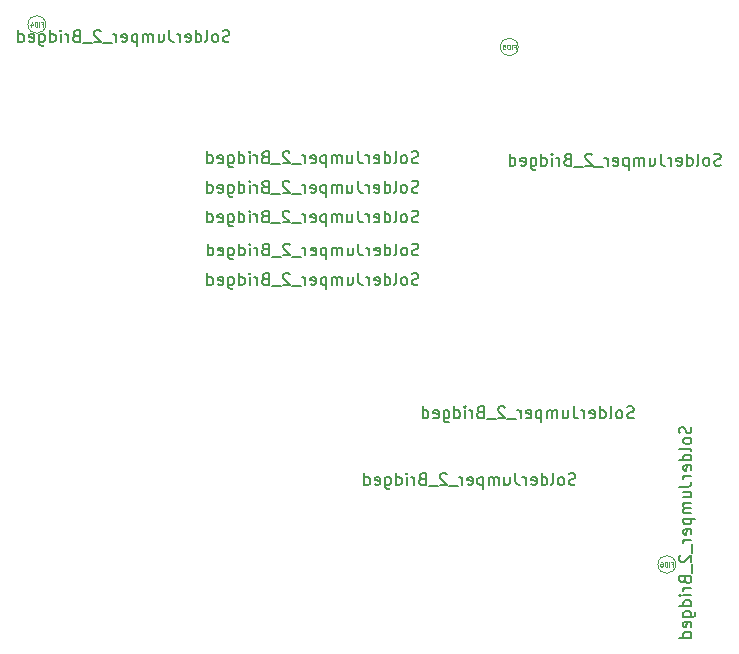
<source format=gbr>
%TF.GenerationSoftware,KiCad,Pcbnew,9.0.2*%
%TF.CreationDate,2025-11-14T17:37:25-08:00*%
%TF.ProjectId,nx-module-breakout,6e782d6d-6f64-4756-9c65-2d627265616b,rev?*%
%TF.SameCoordinates,Original*%
%TF.FileFunction,AssemblyDrawing,Bot*%
%FSLAX46Y46*%
G04 Gerber Fmt 4.6, Leading zero omitted, Abs format (unit mm)*
G04 Created by KiCad (PCBNEW 9.0.2) date 2025-11-14 17:37:25*
%MOMM*%
%LPD*%
G01*
G04 APERTURE LIST*
%ADD10C,0.060000*%
%ADD11C,0.150000*%
%ADD12C,0.100000*%
G04 APERTURE END LIST*
D10*
X178842142Y-137768627D02*
X178968808Y-137768627D01*
X178968808Y-137967675D02*
X178968808Y-137587675D01*
X178968808Y-137587675D02*
X178787856Y-137587675D01*
X178643094Y-137967675D02*
X178643094Y-137587675D01*
X178462142Y-137967675D02*
X178462142Y-137587675D01*
X178462142Y-137587675D02*
X178371666Y-137587675D01*
X178371666Y-137587675D02*
X178317380Y-137605770D01*
X178317380Y-137605770D02*
X178281190Y-137641960D01*
X178281190Y-137641960D02*
X178263095Y-137678151D01*
X178263095Y-137678151D02*
X178244999Y-137750532D01*
X178244999Y-137750532D02*
X178244999Y-137804818D01*
X178244999Y-137804818D02*
X178263095Y-137877199D01*
X178263095Y-137877199D02*
X178281190Y-137913389D01*
X178281190Y-137913389D02*
X178317380Y-137949580D01*
X178317380Y-137949580D02*
X178371666Y-137967675D01*
X178371666Y-137967675D02*
X178462142Y-137967675D01*
X177919285Y-137587675D02*
X177991666Y-137587675D01*
X177991666Y-137587675D02*
X178027857Y-137605770D01*
X178027857Y-137605770D02*
X178045952Y-137623865D01*
X178045952Y-137623865D02*
X178082142Y-137678151D01*
X178082142Y-137678151D02*
X178100238Y-137750532D01*
X178100238Y-137750532D02*
X178100238Y-137895294D01*
X178100238Y-137895294D02*
X178082142Y-137931484D01*
X178082142Y-137931484D02*
X178064047Y-137949580D01*
X178064047Y-137949580D02*
X178027857Y-137967675D01*
X178027857Y-137967675D02*
X177955476Y-137967675D01*
X177955476Y-137967675D02*
X177919285Y-137949580D01*
X177919285Y-137949580D02*
X177901190Y-137931484D01*
X177901190Y-137931484D02*
X177883095Y-137895294D01*
X177883095Y-137895294D02*
X177883095Y-137804818D01*
X177883095Y-137804818D02*
X177901190Y-137768627D01*
X177901190Y-137768627D02*
X177919285Y-137750532D01*
X177919285Y-137750532D02*
X177955476Y-137732437D01*
X177955476Y-137732437D02*
X178027857Y-137732437D01*
X178027857Y-137732437D02*
X178064047Y-137750532D01*
X178064047Y-137750532D02*
X178082142Y-137768627D01*
X178082142Y-137768627D02*
X178100238Y-137804818D01*
D11*
X157392381Y-106272202D02*
X157249524Y-106319821D01*
X157249524Y-106319821D02*
X157011429Y-106319821D01*
X157011429Y-106319821D02*
X156916191Y-106272202D01*
X156916191Y-106272202D02*
X156868572Y-106224582D01*
X156868572Y-106224582D02*
X156820953Y-106129344D01*
X156820953Y-106129344D02*
X156820953Y-106034106D01*
X156820953Y-106034106D02*
X156868572Y-105938868D01*
X156868572Y-105938868D02*
X156916191Y-105891249D01*
X156916191Y-105891249D02*
X157011429Y-105843630D01*
X157011429Y-105843630D02*
X157201905Y-105796011D01*
X157201905Y-105796011D02*
X157297143Y-105748392D01*
X157297143Y-105748392D02*
X157344762Y-105700773D01*
X157344762Y-105700773D02*
X157392381Y-105605535D01*
X157392381Y-105605535D02*
X157392381Y-105510297D01*
X157392381Y-105510297D02*
X157344762Y-105415059D01*
X157344762Y-105415059D02*
X157297143Y-105367440D01*
X157297143Y-105367440D02*
X157201905Y-105319821D01*
X157201905Y-105319821D02*
X156963810Y-105319821D01*
X156963810Y-105319821D02*
X156820953Y-105367440D01*
X156249524Y-106319821D02*
X156344762Y-106272202D01*
X156344762Y-106272202D02*
X156392381Y-106224582D01*
X156392381Y-106224582D02*
X156440000Y-106129344D01*
X156440000Y-106129344D02*
X156440000Y-105843630D01*
X156440000Y-105843630D02*
X156392381Y-105748392D01*
X156392381Y-105748392D02*
X156344762Y-105700773D01*
X156344762Y-105700773D02*
X156249524Y-105653154D01*
X156249524Y-105653154D02*
X156106667Y-105653154D01*
X156106667Y-105653154D02*
X156011429Y-105700773D01*
X156011429Y-105700773D02*
X155963810Y-105748392D01*
X155963810Y-105748392D02*
X155916191Y-105843630D01*
X155916191Y-105843630D02*
X155916191Y-106129344D01*
X155916191Y-106129344D02*
X155963810Y-106224582D01*
X155963810Y-106224582D02*
X156011429Y-106272202D01*
X156011429Y-106272202D02*
X156106667Y-106319821D01*
X156106667Y-106319821D02*
X156249524Y-106319821D01*
X155344762Y-106319821D02*
X155440000Y-106272202D01*
X155440000Y-106272202D02*
X155487619Y-106176963D01*
X155487619Y-106176963D02*
X155487619Y-105319821D01*
X154535238Y-106319821D02*
X154535238Y-105319821D01*
X154535238Y-106272202D02*
X154630476Y-106319821D01*
X154630476Y-106319821D02*
X154820952Y-106319821D01*
X154820952Y-106319821D02*
X154916190Y-106272202D01*
X154916190Y-106272202D02*
X154963809Y-106224582D01*
X154963809Y-106224582D02*
X155011428Y-106129344D01*
X155011428Y-106129344D02*
X155011428Y-105843630D01*
X155011428Y-105843630D02*
X154963809Y-105748392D01*
X154963809Y-105748392D02*
X154916190Y-105700773D01*
X154916190Y-105700773D02*
X154820952Y-105653154D01*
X154820952Y-105653154D02*
X154630476Y-105653154D01*
X154630476Y-105653154D02*
X154535238Y-105700773D01*
X153678095Y-106272202D02*
X153773333Y-106319821D01*
X153773333Y-106319821D02*
X153963809Y-106319821D01*
X153963809Y-106319821D02*
X154059047Y-106272202D01*
X154059047Y-106272202D02*
X154106666Y-106176963D01*
X154106666Y-106176963D02*
X154106666Y-105796011D01*
X154106666Y-105796011D02*
X154059047Y-105700773D01*
X154059047Y-105700773D02*
X153963809Y-105653154D01*
X153963809Y-105653154D02*
X153773333Y-105653154D01*
X153773333Y-105653154D02*
X153678095Y-105700773D01*
X153678095Y-105700773D02*
X153630476Y-105796011D01*
X153630476Y-105796011D02*
X153630476Y-105891249D01*
X153630476Y-105891249D02*
X154106666Y-105986487D01*
X153201904Y-106319821D02*
X153201904Y-105653154D01*
X153201904Y-105843630D02*
X153154285Y-105748392D01*
X153154285Y-105748392D02*
X153106666Y-105700773D01*
X153106666Y-105700773D02*
X153011428Y-105653154D01*
X153011428Y-105653154D02*
X152916190Y-105653154D01*
X152297142Y-105319821D02*
X152297142Y-106034106D01*
X152297142Y-106034106D02*
X152344761Y-106176963D01*
X152344761Y-106176963D02*
X152439999Y-106272202D01*
X152439999Y-106272202D02*
X152582856Y-106319821D01*
X152582856Y-106319821D02*
X152678094Y-106319821D01*
X151392380Y-105653154D02*
X151392380Y-106319821D01*
X151820951Y-105653154D02*
X151820951Y-106176963D01*
X151820951Y-106176963D02*
X151773332Y-106272202D01*
X151773332Y-106272202D02*
X151678094Y-106319821D01*
X151678094Y-106319821D02*
X151535237Y-106319821D01*
X151535237Y-106319821D02*
X151439999Y-106272202D01*
X151439999Y-106272202D02*
X151392380Y-106224582D01*
X150916189Y-106319821D02*
X150916189Y-105653154D01*
X150916189Y-105748392D02*
X150868570Y-105700773D01*
X150868570Y-105700773D02*
X150773332Y-105653154D01*
X150773332Y-105653154D02*
X150630475Y-105653154D01*
X150630475Y-105653154D02*
X150535237Y-105700773D01*
X150535237Y-105700773D02*
X150487618Y-105796011D01*
X150487618Y-105796011D02*
X150487618Y-106319821D01*
X150487618Y-105796011D02*
X150439999Y-105700773D01*
X150439999Y-105700773D02*
X150344761Y-105653154D01*
X150344761Y-105653154D02*
X150201904Y-105653154D01*
X150201904Y-105653154D02*
X150106665Y-105700773D01*
X150106665Y-105700773D02*
X150059046Y-105796011D01*
X150059046Y-105796011D02*
X150059046Y-106319821D01*
X149582856Y-105653154D02*
X149582856Y-106653154D01*
X149582856Y-105700773D02*
X149487618Y-105653154D01*
X149487618Y-105653154D02*
X149297142Y-105653154D01*
X149297142Y-105653154D02*
X149201904Y-105700773D01*
X149201904Y-105700773D02*
X149154285Y-105748392D01*
X149154285Y-105748392D02*
X149106666Y-105843630D01*
X149106666Y-105843630D02*
X149106666Y-106129344D01*
X149106666Y-106129344D02*
X149154285Y-106224582D01*
X149154285Y-106224582D02*
X149201904Y-106272202D01*
X149201904Y-106272202D02*
X149297142Y-106319821D01*
X149297142Y-106319821D02*
X149487618Y-106319821D01*
X149487618Y-106319821D02*
X149582856Y-106272202D01*
X148297142Y-106272202D02*
X148392380Y-106319821D01*
X148392380Y-106319821D02*
X148582856Y-106319821D01*
X148582856Y-106319821D02*
X148678094Y-106272202D01*
X148678094Y-106272202D02*
X148725713Y-106176963D01*
X148725713Y-106176963D02*
X148725713Y-105796011D01*
X148725713Y-105796011D02*
X148678094Y-105700773D01*
X148678094Y-105700773D02*
X148582856Y-105653154D01*
X148582856Y-105653154D02*
X148392380Y-105653154D01*
X148392380Y-105653154D02*
X148297142Y-105700773D01*
X148297142Y-105700773D02*
X148249523Y-105796011D01*
X148249523Y-105796011D02*
X148249523Y-105891249D01*
X148249523Y-105891249D02*
X148725713Y-105986487D01*
X147820951Y-106319821D02*
X147820951Y-105653154D01*
X147820951Y-105843630D02*
X147773332Y-105748392D01*
X147773332Y-105748392D02*
X147725713Y-105700773D01*
X147725713Y-105700773D02*
X147630475Y-105653154D01*
X147630475Y-105653154D02*
X147535237Y-105653154D01*
X147439999Y-106415059D02*
X146678094Y-106415059D01*
X146487617Y-105415059D02*
X146439998Y-105367440D01*
X146439998Y-105367440D02*
X146344760Y-105319821D01*
X146344760Y-105319821D02*
X146106665Y-105319821D01*
X146106665Y-105319821D02*
X146011427Y-105367440D01*
X146011427Y-105367440D02*
X145963808Y-105415059D01*
X145963808Y-105415059D02*
X145916189Y-105510297D01*
X145916189Y-105510297D02*
X145916189Y-105605535D01*
X145916189Y-105605535D02*
X145963808Y-105748392D01*
X145963808Y-105748392D02*
X146535236Y-106319821D01*
X146535236Y-106319821D02*
X145916189Y-106319821D01*
X145725713Y-106415059D02*
X144963808Y-106415059D01*
X144392379Y-105796011D02*
X144249522Y-105843630D01*
X144249522Y-105843630D02*
X144201903Y-105891249D01*
X144201903Y-105891249D02*
X144154284Y-105986487D01*
X144154284Y-105986487D02*
X144154284Y-106129344D01*
X144154284Y-106129344D02*
X144201903Y-106224582D01*
X144201903Y-106224582D02*
X144249522Y-106272202D01*
X144249522Y-106272202D02*
X144344760Y-106319821D01*
X144344760Y-106319821D02*
X144725712Y-106319821D01*
X144725712Y-106319821D02*
X144725712Y-105319821D01*
X144725712Y-105319821D02*
X144392379Y-105319821D01*
X144392379Y-105319821D02*
X144297141Y-105367440D01*
X144297141Y-105367440D02*
X144249522Y-105415059D01*
X144249522Y-105415059D02*
X144201903Y-105510297D01*
X144201903Y-105510297D02*
X144201903Y-105605535D01*
X144201903Y-105605535D02*
X144249522Y-105700773D01*
X144249522Y-105700773D02*
X144297141Y-105748392D01*
X144297141Y-105748392D02*
X144392379Y-105796011D01*
X144392379Y-105796011D02*
X144725712Y-105796011D01*
X143725712Y-106319821D02*
X143725712Y-105653154D01*
X143725712Y-105843630D02*
X143678093Y-105748392D01*
X143678093Y-105748392D02*
X143630474Y-105700773D01*
X143630474Y-105700773D02*
X143535236Y-105653154D01*
X143535236Y-105653154D02*
X143439998Y-105653154D01*
X143106664Y-106319821D02*
X143106664Y-105653154D01*
X143106664Y-105319821D02*
X143154283Y-105367440D01*
X143154283Y-105367440D02*
X143106664Y-105415059D01*
X143106664Y-105415059D02*
X143059045Y-105367440D01*
X143059045Y-105367440D02*
X143106664Y-105319821D01*
X143106664Y-105319821D02*
X143106664Y-105415059D01*
X142201903Y-106319821D02*
X142201903Y-105319821D01*
X142201903Y-106272202D02*
X142297141Y-106319821D01*
X142297141Y-106319821D02*
X142487617Y-106319821D01*
X142487617Y-106319821D02*
X142582855Y-106272202D01*
X142582855Y-106272202D02*
X142630474Y-106224582D01*
X142630474Y-106224582D02*
X142678093Y-106129344D01*
X142678093Y-106129344D02*
X142678093Y-105843630D01*
X142678093Y-105843630D02*
X142630474Y-105748392D01*
X142630474Y-105748392D02*
X142582855Y-105700773D01*
X142582855Y-105700773D02*
X142487617Y-105653154D01*
X142487617Y-105653154D02*
X142297141Y-105653154D01*
X142297141Y-105653154D02*
X142201903Y-105700773D01*
X141297141Y-105653154D02*
X141297141Y-106462678D01*
X141297141Y-106462678D02*
X141344760Y-106557916D01*
X141344760Y-106557916D02*
X141392379Y-106605535D01*
X141392379Y-106605535D02*
X141487617Y-106653154D01*
X141487617Y-106653154D02*
X141630474Y-106653154D01*
X141630474Y-106653154D02*
X141725712Y-106605535D01*
X141297141Y-106272202D02*
X141392379Y-106319821D01*
X141392379Y-106319821D02*
X141582855Y-106319821D01*
X141582855Y-106319821D02*
X141678093Y-106272202D01*
X141678093Y-106272202D02*
X141725712Y-106224582D01*
X141725712Y-106224582D02*
X141773331Y-106129344D01*
X141773331Y-106129344D02*
X141773331Y-105843630D01*
X141773331Y-105843630D02*
X141725712Y-105748392D01*
X141725712Y-105748392D02*
X141678093Y-105700773D01*
X141678093Y-105700773D02*
X141582855Y-105653154D01*
X141582855Y-105653154D02*
X141392379Y-105653154D01*
X141392379Y-105653154D02*
X141297141Y-105700773D01*
X140439998Y-106272202D02*
X140535236Y-106319821D01*
X140535236Y-106319821D02*
X140725712Y-106319821D01*
X140725712Y-106319821D02*
X140820950Y-106272202D01*
X140820950Y-106272202D02*
X140868569Y-106176963D01*
X140868569Y-106176963D02*
X140868569Y-105796011D01*
X140868569Y-105796011D02*
X140820950Y-105700773D01*
X140820950Y-105700773D02*
X140725712Y-105653154D01*
X140725712Y-105653154D02*
X140535236Y-105653154D01*
X140535236Y-105653154D02*
X140439998Y-105700773D01*
X140439998Y-105700773D02*
X140392379Y-105796011D01*
X140392379Y-105796011D02*
X140392379Y-105891249D01*
X140392379Y-105891249D02*
X140868569Y-105986487D01*
X139535236Y-106319821D02*
X139535236Y-105319821D01*
X139535236Y-106272202D02*
X139630474Y-106319821D01*
X139630474Y-106319821D02*
X139820950Y-106319821D01*
X139820950Y-106319821D02*
X139916188Y-106272202D01*
X139916188Y-106272202D02*
X139963807Y-106224582D01*
X139963807Y-106224582D02*
X140011426Y-106129344D01*
X140011426Y-106129344D02*
X140011426Y-105843630D01*
X140011426Y-105843630D02*
X139963807Y-105748392D01*
X139963807Y-105748392D02*
X139916188Y-105700773D01*
X139916188Y-105700773D02*
X139820950Y-105653154D01*
X139820950Y-105653154D02*
X139630474Y-105653154D01*
X139630474Y-105653154D02*
X139535236Y-105700773D01*
X157392381Y-108782202D02*
X157249524Y-108829821D01*
X157249524Y-108829821D02*
X157011429Y-108829821D01*
X157011429Y-108829821D02*
X156916191Y-108782202D01*
X156916191Y-108782202D02*
X156868572Y-108734582D01*
X156868572Y-108734582D02*
X156820953Y-108639344D01*
X156820953Y-108639344D02*
X156820953Y-108544106D01*
X156820953Y-108544106D02*
X156868572Y-108448868D01*
X156868572Y-108448868D02*
X156916191Y-108401249D01*
X156916191Y-108401249D02*
X157011429Y-108353630D01*
X157011429Y-108353630D02*
X157201905Y-108306011D01*
X157201905Y-108306011D02*
X157297143Y-108258392D01*
X157297143Y-108258392D02*
X157344762Y-108210773D01*
X157344762Y-108210773D02*
X157392381Y-108115535D01*
X157392381Y-108115535D02*
X157392381Y-108020297D01*
X157392381Y-108020297D02*
X157344762Y-107925059D01*
X157344762Y-107925059D02*
X157297143Y-107877440D01*
X157297143Y-107877440D02*
X157201905Y-107829821D01*
X157201905Y-107829821D02*
X156963810Y-107829821D01*
X156963810Y-107829821D02*
X156820953Y-107877440D01*
X156249524Y-108829821D02*
X156344762Y-108782202D01*
X156344762Y-108782202D02*
X156392381Y-108734582D01*
X156392381Y-108734582D02*
X156440000Y-108639344D01*
X156440000Y-108639344D02*
X156440000Y-108353630D01*
X156440000Y-108353630D02*
X156392381Y-108258392D01*
X156392381Y-108258392D02*
X156344762Y-108210773D01*
X156344762Y-108210773D02*
X156249524Y-108163154D01*
X156249524Y-108163154D02*
X156106667Y-108163154D01*
X156106667Y-108163154D02*
X156011429Y-108210773D01*
X156011429Y-108210773D02*
X155963810Y-108258392D01*
X155963810Y-108258392D02*
X155916191Y-108353630D01*
X155916191Y-108353630D02*
X155916191Y-108639344D01*
X155916191Y-108639344D02*
X155963810Y-108734582D01*
X155963810Y-108734582D02*
X156011429Y-108782202D01*
X156011429Y-108782202D02*
X156106667Y-108829821D01*
X156106667Y-108829821D02*
X156249524Y-108829821D01*
X155344762Y-108829821D02*
X155440000Y-108782202D01*
X155440000Y-108782202D02*
X155487619Y-108686963D01*
X155487619Y-108686963D02*
X155487619Y-107829821D01*
X154535238Y-108829821D02*
X154535238Y-107829821D01*
X154535238Y-108782202D02*
X154630476Y-108829821D01*
X154630476Y-108829821D02*
X154820952Y-108829821D01*
X154820952Y-108829821D02*
X154916190Y-108782202D01*
X154916190Y-108782202D02*
X154963809Y-108734582D01*
X154963809Y-108734582D02*
X155011428Y-108639344D01*
X155011428Y-108639344D02*
X155011428Y-108353630D01*
X155011428Y-108353630D02*
X154963809Y-108258392D01*
X154963809Y-108258392D02*
X154916190Y-108210773D01*
X154916190Y-108210773D02*
X154820952Y-108163154D01*
X154820952Y-108163154D02*
X154630476Y-108163154D01*
X154630476Y-108163154D02*
X154535238Y-108210773D01*
X153678095Y-108782202D02*
X153773333Y-108829821D01*
X153773333Y-108829821D02*
X153963809Y-108829821D01*
X153963809Y-108829821D02*
X154059047Y-108782202D01*
X154059047Y-108782202D02*
X154106666Y-108686963D01*
X154106666Y-108686963D02*
X154106666Y-108306011D01*
X154106666Y-108306011D02*
X154059047Y-108210773D01*
X154059047Y-108210773D02*
X153963809Y-108163154D01*
X153963809Y-108163154D02*
X153773333Y-108163154D01*
X153773333Y-108163154D02*
X153678095Y-108210773D01*
X153678095Y-108210773D02*
X153630476Y-108306011D01*
X153630476Y-108306011D02*
X153630476Y-108401249D01*
X153630476Y-108401249D02*
X154106666Y-108496487D01*
X153201904Y-108829821D02*
X153201904Y-108163154D01*
X153201904Y-108353630D02*
X153154285Y-108258392D01*
X153154285Y-108258392D02*
X153106666Y-108210773D01*
X153106666Y-108210773D02*
X153011428Y-108163154D01*
X153011428Y-108163154D02*
X152916190Y-108163154D01*
X152297142Y-107829821D02*
X152297142Y-108544106D01*
X152297142Y-108544106D02*
X152344761Y-108686963D01*
X152344761Y-108686963D02*
X152439999Y-108782202D01*
X152439999Y-108782202D02*
X152582856Y-108829821D01*
X152582856Y-108829821D02*
X152678094Y-108829821D01*
X151392380Y-108163154D02*
X151392380Y-108829821D01*
X151820951Y-108163154D02*
X151820951Y-108686963D01*
X151820951Y-108686963D02*
X151773332Y-108782202D01*
X151773332Y-108782202D02*
X151678094Y-108829821D01*
X151678094Y-108829821D02*
X151535237Y-108829821D01*
X151535237Y-108829821D02*
X151439999Y-108782202D01*
X151439999Y-108782202D02*
X151392380Y-108734582D01*
X150916189Y-108829821D02*
X150916189Y-108163154D01*
X150916189Y-108258392D02*
X150868570Y-108210773D01*
X150868570Y-108210773D02*
X150773332Y-108163154D01*
X150773332Y-108163154D02*
X150630475Y-108163154D01*
X150630475Y-108163154D02*
X150535237Y-108210773D01*
X150535237Y-108210773D02*
X150487618Y-108306011D01*
X150487618Y-108306011D02*
X150487618Y-108829821D01*
X150487618Y-108306011D02*
X150439999Y-108210773D01*
X150439999Y-108210773D02*
X150344761Y-108163154D01*
X150344761Y-108163154D02*
X150201904Y-108163154D01*
X150201904Y-108163154D02*
X150106665Y-108210773D01*
X150106665Y-108210773D02*
X150059046Y-108306011D01*
X150059046Y-108306011D02*
X150059046Y-108829821D01*
X149582856Y-108163154D02*
X149582856Y-109163154D01*
X149582856Y-108210773D02*
X149487618Y-108163154D01*
X149487618Y-108163154D02*
X149297142Y-108163154D01*
X149297142Y-108163154D02*
X149201904Y-108210773D01*
X149201904Y-108210773D02*
X149154285Y-108258392D01*
X149154285Y-108258392D02*
X149106666Y-108353630D01*
X149106666Y-108353630D02*
X149106666Y-108639344D01*
X149106666Y-108639344D02*
X149154285Y-108734582D01*
X149154285Y-108734582D02*
X149201904Y-108782202D01*
X149201904Y-108782202D02*
X149297142Y-108829821D01*
X149297142Y-108829821D02*
X149487618Y-108829821D01*
X149487618Y-108829821D02*
X149582856Y-108782202D01*
X148297142Y-108782202D02*
X148392380Y-108829821D01*
X148392380Y-108829821D02*
X148582856Y-108829821D01*
X148582856Y-108829821D02*
X148678094Y-108782202D01*
X148678094Y-108782202D02*
X148725713Y-108686963D01*
X148725713Y-108686963D02*
X148725713Y-108306011D01*
X148725713Y-108306011D02*
X148678094Y-108210773D01*
X148678094Y-108210773D02*
X148582856Y-108163154D01*
X148582856Y-108163154D02*
X148392380Y-108163154D01*
X148392380Y-108163154D02*
X148297142Y-108210773D01*
X148297142Y-108210773D02*
X148249523Y-108306011D01*
X148249523Y-108306011D02*
X148249523Y-108401249D01*
X148249523Y-108401249D02*
X148725713Y-108496487D01*
X147820951Y-108829821D02*
X147820951Y-108163154D01*
X147820951Y-108353630D02*
X147773332Y-108258392D01*
X147773332Y-108258392D02*
X147725713Y-108210773D01*
X147725713Y-108210773D02*
X147630475Y-108163154D01*
X147630475Y-108163154D02*
X147535237Y-108163154D01*
X147439999Y-108925059D02*
X146678094Y-108925059D01*
X146487617Y-107925059D02*
X146439998Y-107877440D01*
X146439998Y-107877440D02*
X146344760Y-107829821D01*
X146344760Y-107829821D02*
X146106665Y-107829821D01*
X146106665Y-107829821D02*
X146011427Y-107877440D01*
X146011427Y-107877440D02*
X145963808Y-107925059D01*
X145963808Y-107925059D02*
X145916189Y-108020297D01*
X145916189Y-108020297D02*
X145916189Y-108115535D01*
X145916189Y-108115535D02*
X145963808Y-108258392D01*
X145963808Y-108258392D02*
X146535236Y-108829821D01*
X146535236Y-108829821D02*
X145916189Y-108829821D01*
X145725713Y-108925059D02*
X144963808Y-108925059D01*
X144392379Y-108306011D02*
X144249522Y-108353630D01*
X144249522Y-108353630D02*
X144201903Y-108401249D01*
X144201903Y-108401249D02*
X144154284Y-108496487D01*
X144154284Y-108496487D02*
X144154284Y-108639344D01*
X144154284Y-108639344D02*
X144201903Y-108734582D01*
X144201903Y-108734582D02*
X144249522Y-108782202D01*
X144249522Y-108782202D02*
X144344760Y-108829821D01*
X144344760Y-108829821D02*
X144725712Y-108829821D01*
X144725712Y-108829821D02*
X144725712Y-107829821D01*
X144725712Y-107829821D02*
X144392379Y-107829821D01*
X144392379Y-107829821D02*
X144297141Y-107877440D01*
X144297141Y-107877440D02*
X144249522Y-107925059D01*
X144249522Y-107925059D02*
X144201903Y-108020297D01*
X144201903Y-108020297D02*
X144201903Y-108115535D01*
X144201903Y-108115535D02*
X144249522Y-108210773D01*
X144249522Y-108210773D02*
X144297141Y-108258392D01*
X144297141Y-108258392D02*
X144392379Y-108306011D01*
X144392379Y-108306011D02*
X144725712Y-108306011D01*
X143725712Y-108829821D02*
X143725712Y-108163154D01*
X143725712Y-108353630D02*
X143678093Y-108258392D01*
X143678093Y-108258392D02*
X143630474Y-108210773D01*
X143630474Y-108210773D02*
X143535236Y-108163154D01*
X143535236Y-108163154D02*
X143439998Y-108163154D01*
X143106664Y-108829821D02*
X143106664Y-108163154D01*
X143106664Y-107829821D02*
X143154283Y-107877440D01*
X143154283Y-107877440D02*
X143106664Y-107925059D01*
X143106664Y-107925059D02*
X143059045Y-107877440D01*
X143059045Y-107877440D02*
X143106664Y-107829821D01*
X143106664Y-107829821D02*
X143106664Y-107925059D01*
X142201903Y-108829821D02*
X142201903Y-107829821D01*
X142201903Y-108782202D02*
X142297141Y-108829821D01*
X142297141Y-108829821D02*
X142487617Y-108829821D01*
X142487617Y-108829821D02*
X142582855Y-108782202D01*
X142582855Y-108782202D02*
X142630474Y-108734582D01*
X142630474Y-108734582D02*
X142678093Y-108639344D01*
X142678093Y-108639344D02*
X142678093Y-108353630D01*
X142678093Y-108353630D02*
X142630474Y-108258392D01*
X142630474Y-108258392D02*
X142582855Y-108210773D01*
X142582855Y-108210773D02*
X142487617Y-108163154D01*
X142487617Y-108163154D02*
X142297141Y-108163154D01*
X142297141Y-108163154D02*
X142201903Y-108210773D01*
X141297141Y-108163154D02*
X141297141Y-108972678D01*
X141297141Y-108972678D02*
X141344760Y-109067916D01*
X141344760Y-109067916D02*
X141392379Y-109115535D01*
X141392379Y-109115535D02*
X141487617Y-109163154D01*
X141487617Y-109163154D02*
X141630474Y-109163154D01*
X141630474Y-109163154D02*
X141725712Y-109115535D01*
X141297141Y-108782202D02*
X141392379Y-108829821D01*
X141392379Y-108829821D02*
X141582855Y-108829821D01*
X141582855Y-108829821D02*
X141678093Y-108782202D01*
X141678093Y-108782202D02*
X141725712Y-108734582D01*
X141725712Y-108734582D02*
X141773331Y-108639344D01*
X141773331Y-108639344D02*
X141773331Y-108353630D01*
X141773331Y-108353630D02*
X141725712Y-108258392D01*
X141725712Y-108258392D02*
X141678093Y-108210773D01*
X141678093Y-108210773D02*
X141582855Y-108163154D01*
X141582855Y-108163154D02*
X141392379Y-108163154D01*
X141392379Y-108163154D02*
X141297141Y-108210773D01*
X140439998Y-108782202D02*
X140535236Y-108829821D01*
X140535236Y-108829821D02*
X140725712Y-108829821D01*
X140725712Y-108829821D02*
X140820950Y-108782202D01*
X140820950Y-108782202D02*
X140868569Y-108686963D01*
X140868569Y-108686963D02*
X140868569Y-108306011D01*
X140868569Y-108306011D02*
X140820950Y-108210773D01*
X140820950Y-108210773D02*
X140725712Y-108163154D01*
X140725712Y-108163154D02*
X140535236Y-108163154D01*
X140535236Y-108163154D02*
X140439998Y-108210773D01*
X140439998Y-108210773D02*
X140392379Y-108306011D01*
X140392379Y-108306011D02*
X140392379Y-108401249D01*
X140392379Y-108401249D02*
X140868569Y-108496487D01*
X139535236Y-108829821D02*
X139535236Y-107829821D01*
X139535236Y-108782202D02*
X139630474Y-108829821D01*
X139630474Y-108829821D02*
X139820950Y-108829821D01*
X139820950Y-108829821D02*
X139916188Y-108782202D01*
X139916188Y-108782202D02*
X139963807Y-108734582D01*
X139963807Y-108734582D02*
X140011426Y-108639344D01*
X140011426Y-108639344D02*
X140011426Y-108353630D01*
X140011426Y-108353630D02*
X139963807Y-108258392D01*
X139963807Y-108258392D02*
X139916188Y-108210773D01*
X139916188Y-108210773D02*
X139820950Y-108163154D01*
X139820950Y-108163154D02*
X139630474Y-108163154D01*
X139630474Y-108163154D02*
X139535236Y-108210773D01*
X141402381Y-93507200D02*
X141259524Y-93554819D01*
X141259524Y-93554819D02*
X141021429Y-93554819D01*
X141021429Y-93554819D02*
X140926191Y-93507200D01*
X140926191Y-93507200D02*
X140878572Y-93459580D01*
X140878572Y-93459580D02*
X140830953Y-93364342D01*
X140830953Y-93364342D02*
X140830953Y-93269104D01*
X140830953Y-93269104D02*
X140878572Y-93173866D01*
X140878572Y-93173866D02*
X140926191Y-93126247D01*
X140926191Y-93126247D02*
X141021429Y-93078628D01*
X141021429Y-93078628D02*
X141211905Y-93031009D01*
X141211905Y-93031009D02*
X141307143Y-92983390D01*
X141307143Y-92983390D02*
X141354762Y-92935771D01*
X141354762Y-92935771D02*
X141402381Y-92840533D01*
X141402381Y-92840533D02*
X141402381Y-92745295D01*
X141402381Y-92745295D02*
X141354762Y-92650057D01*
X141354762Y-92650057D02*
X141307143Y-92602438D01*
X141307143Y-92602438D02*
X141211905Y-92554819D01*
X141211905Y-92554819D02*
X140973810Y-92554819D01*
X140973810Y-92554819D02*
X140830953Y-92602438D01*
X140259524Y-93554819D02*
X140354762Y-93507200D01*
X140354762Y-93507200D02*
X140402381Y-93459580D01*
X140402381Y-93459580D02*
X140450000Y-93364342D01*
X140450000Y-93364342D02*
X140450000Y-93078628D01*
X140450000Y-93078628D02*
X140402381Y-92983390D01*
X140402381Y-92983390D02*
X140354762Y-92935771D01*
X140354762Y-92935771D02*
X140259524Y-92888152D01*
X140259524Y-92888152D02*
X140116667Y-92888152D01*
X140116667Y-92888152D02*
X140021429Y-92935771D01*
X140021429Y-92935771D02*
X139973810Y-92983390D01*
X139973810Y-92983390D02*
X139926191Y-93078628D01*
X139926191Y-93078628D02*
X139926191Y-93364342D01*
X139926191Y-93364342D02*
X139973810Y-93459580D01*
X139973810Y-93459580D02*
X140021429Y-93507200D01*
X140021429Y-93507200D02*
X140116667Y-93554819D01*
X140116667Y-93554819D02*
X140259524Y-93554819D01*
X139354762Y-93554819D02*
X139450000Y-93507200D01*
X139450000Y-93507200D02*
X139497619Y-93411961D01*
X139497619Y-93411961D02*
X139497619Y-92554819D01*
X138545238Y-93554819D02*
X138545238Y-92554819D01*
X138545238Y-93507200D02*
X138640476Y-93554819D01*
X138640476Y-93554819D02*
X138830952Y-93554819D01*
X138830952Y-93554819D02*
X138926190Y-93507200D01*
X138926190Y-93507200D02*
X138973809Y-93459580D01*
X138973809Y-93459580D02*
X139021428Y-93364342D01*
X139021428Y-93364342D02*
X139021428Y-93078628D01*
X139021428Y-93078628D02*
X138973809Y-92983390D01*
X138973809Y-92983390D02*
X138926190Y-92935771D01*
X138926190Y-92935771D02*
X138830952Y-92888152D01*
X138830952Y-92888152D02*
X138640476Y-92888152D01*
X138640476Y-92888152D02*
X138545238Y-92935771D01*
X137688095Y-93507200D02*
X137783333Y-93554819D01*
X137783333Y-93554819D02*
X137973809Y-93554819D01*
X137973809Y-93554819D02*
X138069047Y-93507200D01*
X138069047Y-93507200D02*
X138116666Y-93411961D01*
X138116666Y-93411961D02*
X138116666Y-93031009D01*
X138116666Y-93031009D02*
X138069047Y-92935771D01*
X138069047Y-92935771D02*
X137973809Y-92888152D01*
X137973809Y-92888152D02*
X137783333Y-92888152D01*
X137783333Y-92888152D02*
X137688095Y-92935771D01*
X137688095Y-92935771D02*
X137640476Y-93031009D01*
X137640476Y-93031009D02*
X137640476Y-93126247D01*
X137640476Y-93126247D02*
X138116666Y-93221485D01*
X137211904Y-93554819D02*
X137211904Y-92888152D01*
X137211904Y-93078628D02*
X137164285Y-92983390D01*
X137164285Y-92983390D02*
X137116666Y-92935771D01*
X137116666Y-92935771D02*
X137021428Y-92888152D01*
X137021428Y-92888152D02*
X136926190Y-92888152D01*
X136307142Y-92554819D02*
X136307142Y-93269104D01*
X136307142Y-93269104D02*
X136354761Y-93411961D01*
X136354761Y-93411961D02*
X136449999Y-93507200D01*
X136449999Y-93507200D02*
X136592856Y-93554819D01*
X136592856Y-93554819D02*
X136688094Y-93554819D01*
X135402380Y-92888152D02*
X135402380Y-93554819D01*
X135830951Y-92888152D02*
X135830951Y-93411961D01*
X135830951Y-93411961D02*
X135783332Y-93507200D01*
X135783332Y-93507200D02*
X135688094Y-93554819D01*
X135688094Y-93554819D02*
X135545237Y-93554819D01*
X135545237Y-93554819D02*
X135449999Y-93507200D01*
X135449999Y-93507200D02*
X135402380Y-93459580D01*
X134926189Y-93554819D02*
X134926189Y-92888152D01*
X134926189Y-92983390D02*
X134878570Y-92935771D01*
X134878570Y-92935771D02*
X134783332Y-92888152D01*
X134783332Y-92888152D02*
X134640475Y-92888152D01*
X134640475Y-92888152D02*
X134545237Y-92935771D01*
X134545237Y-92935771D02*
X134497618Y-93031009D01*
X134497618Y-93031009D02*
X134497618Y-93554819D01*
X134497618Y-93031009D02*
X134449999Y-92935771D01*
X134449999Y-92935771D02*
X134354761Y-92888152D01*
X134354761Y-92888152D02*
X134211904Y-92888152D01*
X134211904Y-92888152D02*
X134116665Y-92935771D01*
X134116665Y-92935771D02*
X134069046Y-93031009D01*
X134069046Y-93031009D02*
X134069046Y-93554819D01*
X133592856Y-92888152D02*
X133592856Y-93888152D01*
X133592856Y-92935771D02*
X133497618Y-92888152D01*
X133497618Y-92888152D02*
X133307142Y-92888152D01*
X133307142Y-92888152D02*
X133211904Y-92935771D01*
X133211904Y-92935771D02*
X133164285Y-92983390D01*
X133164285Y-92983390D02*
X133116666Y-93078628D01*
X133116666Y-93078628D02*
X133116666Y-93364342D01*
X133116666Y-93364342D02*
X133164285Y-93459580D01*
X133164285Y-93459580D02*
X133211904Y-93507200D01*
X133211904Y-93507200D02*
X133307142Y-93554819D01*
X133307142Y-93554819D02*
X133497618Y-93554819D01*
X133497618Y-93554819D02*
X133592856Y-93507200D01*
X132307142Y-93507200D02*
X132402380Y-93554819D01*
X132402380Y-93554819D02*
X132592856Y-93554819D01*
X132592856Y-93554819D02*
X132688094Y-93507200D01*
X132688094Y-93507200D02*
X132735713Y-93411961D01*
X132735713Y-93411961D02*
X132735713Y-93031009D01*
X132735713Y-93031009D02*
X132688094Y-92935771D01*
X132688094Y-92935771D02*
X132592856Y-92888152D01*
X132592856Y-92888152D02*
X132402380Y-92888152D01*
X132402380Y-92888152D02*
X132307142Y-92935771D01*
X132307142Y-92935771D02*
X132259523Y-93031009D01*
X132259523Y-93031009D02*
X132259523Y-93126247D01*
X132259523Y-93126247D02*
X132735713Y-93221485D01*
X131830951Y-93554819D02*
X131830951Y-92888152D01*
X131830951Y-93078628D02*
X131783332Y-92983390D01*
X131783332Y-92983390D02*
X131735713Y-92935771D01*
X131735713Y-92935771D02*
X131640475Y-92888152D01*
X131640475Y-92888152D02*
X131545237Y-92888152D01*
X131449999Y-93650057D02*
X130688094Y-93650057D01*
X130497617Y-92650057D02*
X130449998Y-92602438D01*
X130449998Y-92602438D02*
X130354760Y-92554819D01*
X130354760Y-92554819D02*
X130116665Y-92554819D01*
X130116665Y-92554819D02*
X130021427Y-92602438D01*
X130021427Y-92602438D02*
X129973808Y-92650057D01*
X129973808Y-92650057D02*
X129926189Y-92745295D01*
X129926189Y-92745295D02*
X129926189Y-92840533D01*
X129926189Y-92840533D02*
X129973808Y-92983390D01*
X129973808Y-92983390D02*
X130545236Y-93554819D01*
X130545236Y-93554819D02*
X129926189Y-93554819D01*
X129735713Y-93650057D02*
X128973808Y-93650057D01*
X128402379Y-93031009D02*
X128259522Y-93078628D01*
X128259522Y-93078628D02*
X128211903Y-93126247D01*
X128211903Y-93126247D02*
X128164284Y-93221485D01*
X128164284Y-93221485D02*
X128164284Y-93364342D01*
X128164284Y-93364342D02*
X128211903Y-93459580D01*
X128211903Y-93459580D02*
X128259522Y-93507200D01*
X128259522Y-93507200D02*
X128354760Y-93554819D01*
X128354760Y-93554819D02*
X128735712Y-93554819D01*
X128735712Y-93554819D02*
X128735712Y-92554819D01*
X128735712Y-92554819D02*
X128402379Y-92554819D01*
X128402379Y-92554819D02*
X128307141Y-92602438D01*
X128307141Y-92602438D02*
X128259522Y-92650057D01*
X128259522Y-92650057D02*
X128211903Y-92745295D01*
X128211903Y-92745295D02*
X128211903Y-92840533D01*
X128211903Y-92840533D02*
X128259522Y-92935771D01*
X128259522Y-92935771D02*
X128307141Y-92983390D01*
X128307141Y-92983390D02*
X128402379Y-93031009D01*
X128402379Y-93031009D02*
X128735712Y-93031009D01*
X127735712Y-93554819D02*
X127735712Y-92888152D01*
X127735712Y-93078628D02*
X127688093Y-92983390D01*
X127688093Y-92983390D02*
X127640474Y-92935771D01*
X127640474Y-92935771D02*
X127545236Y-92888152D01*
X127545236Y-92888152D02*
X127449998Y-92888152D01*
X127116664Y-93554819D02*
X127116664Y-92888152D01*
X127116664Y-92554819D02*
X127164283Y-92602438D01*
X127164283Y-92602438D02*
X127116664Y-92650057D01*
X127116664Y-92650057D02*
X127069045Y-92602438D01*
X127069045Y-92602438D02*
X127116664Y-92554819D01*
X127116664Y-92554819D02*
X127116664Y-92650057D01*
X126211903Y-93554819D02*
X126211903Y-92554819D01*
X126211903Y-93507200D02*
X126307141Y-93554819D01*
X126307141Y-93554819D02*
X126497617Y-93554819D01*
X126497617Y-93554819D02*
X126592855Y-93507200D01*
X126592855Y-93507200D02*
X126640474Y-93459580D01*
X126640474Y-93459580D02*
X126688093Y-93364342D01*
X126688093Y-93364342D02*
X126688093Y-93078628D01*
X126688093Y-93078628D02*
X126640474Y-92983390D01*
X126640474Y-92983390D02*
X126592855Y-92935771D01*
X126592855Y-92935771D02*
X126497617Y-92888152D01*
X126497617Y-92888152D02*
X126307141Y-92888152D01*
X126307141Y-92888152D02*
X126211903Y-92935771D01*
X125307141Y-92888152D02*
X125307141Y-93697676D01*
X125307141Y-93697676D02*
X125354760Y-93792914D01*
X125354760Y-93792914D02*
X125402379Y-93840533D01*
X125402379Y-93840533D02*
X125497617Y-93888152D01*
X125497617Y-93888152D02*
X125640474Y-93888152D01*
X125640474Y-93888152D02*
X125735712Y-93840533D01*
X125307141Y-93507200D02*
X125402379Y-93554819D01*
X125402379Y-93554819D02*
X125592855Y-93554819D01*
X125592855Y-93554819D02*
X125688093Y-93507200D01*
X125688093Y-93507200D02*
X125735712Y-93459580D01*
X125735712Y-93459580D02*
X125783331Y-93364342D01*
X125783331Y-93364342D02*
X125783331Y-93078628D01*
X125783331Y-93078628D02*
X125735712Y-92983390D01*
X125735712Y-92983390D02*
X125688093Y-92935771D01*
X125688093Y-92935771D02*
X125592855Y-92888152D01*
X125592855Y-92888152D02*
X125402379Y-92888152D01*
X125402379Y-92888152D02*
X125307141Y-92935771D01*
X124449998Y-93507200D02*
X124545236Y-93554819D01*
X124545236Y-93554819D02*
X124735712Y-93554819D01*
X124735712Y-93554819D02*
X124830950Y-93507200D01*
X124830950Y-93507200D02*
X124878569Y-93411961D01*
X124878569Y-93411961D02*
X124878569Y-93031009D01*
X124878569Y-93031009D02*
X124830950Y-92935771D01*
X124830950Y-92935771D02*
X124735712Y-92888152D01*
X124735712Y-92888152D02*
X124545236Y-92888152D01*
X124545236Y-92888152D02*
X124449998Y-92935771D01*
X124449998Y-92935771D02*
X124402379Y-93031009D01*
X124402379Y-93031009D02*
X124402379Y-93126247D01*
X124402379Y-93126247D02*
X124878569Y-93221485D01*
X123545236Y-93554819D02*
X123545236Y-92554819D01*
X123545236Y-93507200D02*
X123640474Y-93554819D01*
X123640474Y-93554819D02*
X123830950Y-93554819D01*
X123830950Y-93554819D02*
X123926188Y-93507200D01*
X123926188Y-93507200D02*
X123973807Y-93459580D01*
X123973807Y-93459580D02*
X124021426Y-93364342D01*
X124021426Y-93364342D02*
X124021426Y-93078628D01*
X124021426Y-93078628D02*
X123973807Y-92983390D01*
X123973807Y-92983390D02*
X123926188Y-92935771D01*
X123926188Y-92935771D02*
X123830950Y-92888152D01*
X123830950Y-92888152D02*
X123640474Y-92888152D01*
X123640474Y-92888152D02*
X123545236Y-92935771D01*
X175632381Y-125367200D02*
X175489524Y-125414819D01*
X175489524Y-125414819D02*
X175251429Y-125414819D01*
X175251429Y-125414819D02*
X175156191Y-125367200D01*
X175156191Y-125367200D02*
X175108572Y-125319580D01*
X175108572Y-125319580D02*
X175060953Y-125224342D01*
X175060953Y-125224342D02*
X175060953Y-125129104D01*
X175060953Y-125129104D02*
X175108572Y-125033866D01*
X175108572Y-125033866D02*
X175156191Y-124986247D01*
X175156191Y-124986247D02*
X175251429Y-124938628D01*
X175251429Y-124938628D02*
X175441905Y-124891009D01*
X175441905Y-124891009D02*
X175537143Y-124843390D01*
X175537143Y-124843390D02*
X175584762Y-124795771D01*
X175584762Y-124795771D02*
X175632381Y-124700533D01*
X175632381Y-124700533D02*
X175632381Y-124605295D01*
X175632381Y-124605295D02*
X175584762Y-124510057D01*
X175584762Y-124510057D02*
X175537143Y-124462438D01*
X175537143Y-124462438D02*
X175441905Y-124414819D01*
X175441905Y-124414819D02*
X175203810Y-124414819D01*
X175203810Y-124414819D02*
X175060953Y-124462438D01*
X174489524Y-125414819D02*
X174584762Y-125367200D01*
X174584762Y-125367200D02*
X174632381Y-125319580D01*
X174632381Y-125319580D02*
X174680000Y-125224342D01*
X174680000Y-125224342D02*
X174680000Y-124938628D01*
X174680000Y-124938628D02*
X174632381Y-124843390D01*
X174632381Y-124843390D02*
X174584762Y-124795771D01*
X174584762Y-124795771D02*
X174489524Y-124748152D01*
X174489524Y-124748152D02*
X174346667Y-124748152D01*
X174346667Y-124748152D02*
X174251429Y-124795771D01*
X174251429Y-124795771D02*
X174203810Y-124843390D01*
X174203810Y-124843390D02*
X174156191Y-124938628D01*
X174156191Y-124938628D02*
X174156191Y-125224342D01*
X174156191Y-125224342D02*
X174203810Y-125319580D01*
X174203810Y-125319580D02*
X174251429Y-125367200D01*
X174251429Y-125367200D02*
X174346667Y-125414819D01*
X174346667Y-125414819D02*
X174489524Y-125414819D01*
X173584762Y-125414819D02*
X173680000Y-125367200D01*
X173680000Y-125367200D02*
X173727619Y-125271961D01*
X173727619Y-125271961D02*
X173727619Y-124414819D01*
X172775238Y-125414819D02*
X172775238Y-124414819D01*
X172775238Y-125367200D02*
X172870476Y-125414819D01*
X172870476Y-125414819D02*
X173060952Y-125414819D01*
X173060952Y-125414819D02*
X173156190Y-125367200D01*
X173156190Y-125367200D02*
X173203809Y-125319580D01*
X173203809Y-125319580D02*
X173251428Y-125224342D01*
X173251428Y-125224342D02*
X173251428Y-124938628D01*
X173251428Y-124938628D02*
X173203809Y-124843390D01*
X173203809Y-124843390D02*
X173156190Y-124795771D01*
X173156190Y-124795771D02*
X173060952Y-124748152D01*
X173060952Y-124748152D02*
X172870476Y-124748152D01*
X172870476Y-124748152D02*
X172775238Y-124795771D01*
X171918095Y-125367200D02*
X172013333Y-125414819D01*
X172013333Y-125414819D02*
X172203809Y-125414819D01*
X172203809Y-125414819D02*
X172299047Y-125367200D01*
X172299047Y-125367200D02*
X172346666Y-125271961D01*
X172346666Y-125271961D02*
X172346666Y-124891009D01*
X172346666Y-124891009D02*
X172299047Y-124795771D01*
X172299047Y-124795771D02*
X172203809Y-124748152D01*
X172203809Y-124748152D02*
X172013333Y-124748152D01*
X172013333Y-124748152D02*
X171918095Y-124795771D01*
X171918095Y-124795771D02*
X171870476Y-124891009D01*
X171870476Y-124891009D02*
X171870476Y-124986247D01*
X171870476Y-124986247D02*
X172346666Y-125081485D01*
X171441904Y-125414819D02*
X171441904Y-124748152D01*
X171441904Y-124938628D02*
X171394285Y-124843390D01*
X171394285Y-124843390D02*
X171346666Y-124795771D01*
X171346666Y-124795771D02*
X171251428Y-124748152D01*
X171251428Y-124748152D02*
X171156190Y-124748152D01*
X170537142Y-124414819D02*
X170537142Y-125129104D01*
X170537142Y-125129104D02*
X170584761Y-125271961D01*
X170584761Y-125271961D02*
X170679999Y-125367200D01*
X170679999Y-125367200D02*
X170822856Y-125414819D01*
X170822856Y-125414819D02*
X170918094Y-125414819D01*
X169632380Y-124748152D02*
X169632380Y-125414819D01*
X170060951Y-124748152D02*
X170060951Y-125271961D01*
X170060951Y-125271961D02*
X170013332Y-125367200D01*
X170013332Y-125367200D02*
X169918094Y-125414819D01*
X169918094Y-125414819D02*
X169775237Y-125414819D01*
X169775237Y-125414819D02*
X169679999Y-125367200D01*
X169679999Y-125367200D02*
X169632380Y-125319580D01*
X169156189Y-125414819D02*
X169156189Y-124748152D01*
X169156189Y-124843390D02*
X169108570Y-124795771D01*
X169108570Y-124795771D02*
X169013332Y-124748152D01*
X169013332Y-124748152D02*
X168870475Y-124748152D01*
X168870475Y-124748152D02*
X168775237Y-124795771D01*
X168775237Y-124795771D02*
X168727618Y-124891009D01*
X168727618Y-124891009D02*
X168727618Y-125414819D01*
X168727618Y-124891009D02*
X168679999Y-124795771D01*
X168679999Y-124795771D02*
X168584761Y-124748152D01*
X168584761Y-124748152D02*
X168441904Y-124748152D01*
X168441904Y-124748152D02*
X168346665Y-124795771D01*
X168346665Y-124795771D02*
X168299046Y-124891009D01*
X168299046Y-124891009D02*
X168299046Y-125414819D01*
X167822856Y-124748152D02*
X167822856Y-125748152D01*
X167822856Y-124795771D02*
X167727618Y-124748152D01*
X167727618Y-124748152D02*
X167537142Y-124748152D01*
X167537142Y-124748152D02*
X167441904Y-124795771D01*
X167441904Y-124795771D02*
X167394285Y-124843390D01*
X167394285Y-124843390D02*
X167346666Y-124938628D01*
X167346666Y-124938628D02*
X167346666Y-125224342D01*
X167346666Y-125224342D02*
X167394285Y-125319580D01*
X167394285Y-125319580D02*
X167441904Y-125367200D01*
X167441904Y-125367200D02*
X167537142Y-125414819D01*
X167537142Y-125414819D02*
X167727618Y-125414819D01*
X167727618Y-125414819D02*
X167822856Y-125367200D01*
X166537142Y-125367200D02*
X166632380Y-125414819D01*
X166632380Y-125414819D02*
X166822856Y-125414819D01*
X166822856Y-125414819D02*
X166918094Y-125367200D01*
X166918094Y-125367200D02*
X166965713Y-125271961D01*
X166965713Y-125271961D02*
X166965713Y-124891009D01*
X166965713Y-124891009D02*
X166918094Y-124795771D01*
X166918094Y-124795771D02*
X166822856Y-124748152D01*
X166822856Y-124748152D02*
X166632380Y-124748152D01*
X166632380Y-124748152D02*
X166537142Y-124795771D01*
X166537142Y-124795771D02*
X166489523Y-124891009D01*
X166489523Y-124891009D02*
X166489523Y-124986247D01*
X166489523Y-124986247D02*
X166965713Y-125081485D01*
X166060951Y-125414819D02*
X166060951Y-124748152D01*
X166060951Y-124938628D02*
X166013332Y-124843390D01*
X166013332Y-124843390D02*
X165965713Y-124795771D01*
X165965713Y-124795771D02*
X165870475Y-124748152D01*
X165870475Y-124748152D02*
X165775237Y-124748152D01*
X165679999Y-125510057D02*
X164918094Y-125510057D01*
X164727617Y-124510057D02*
X164679998Y-124462438D01*
X164679998Y-124462438D02*
X164584760Y-124414819D01*
X164584760Y-124414819D02*
X164346665Y-124414819D01*
X164346665Y-124414819D02*
X164251427Y-124462438D01*
X164251427Y-124462438D02*
X164203808Y-124510057D01*
X164203808Y-124510057D02*
X164156189Y-124605295D01*
X164156189Y-124605295D02*
X164156189Y-124700533D01*
X164156189Y-124700533D02*
X164203808Y-124843390D01*
X164203808Y-124843390D02*
X164775236Y-125414819D01*
X164775236Y-125414819D02*
X164156189Y-125414819D01*
X163965713Y-125510057D02*
X163203808Y-125510057D01*
X162632379Y-124891009D02*
X162489522Y-124938628D01*
X162489522Y-124938628D02*
X162441903Y-124986247D01*
X162441903Y-124986247D02*
X162394284Y-125081485D01*
X162394284Y-125081485D02*
X162394284Y-125224342D01*
X162394284Y-125224342D02*
X162441903Y-125319580D01*
X162441903Y-125319580D02*
X162489522Y-125367200D01*
X162489522Y-125367200D02*
X162584760Y-125414819D01*
X162584760Y-125414819D02*
X162965712Y-125414819D01*
X162965712Y-125414819D02*
X162965712Y-124414819D01*
X162965712Y-124414819D02*
X162632379Y-124414819D01*
X162632379Y-124414819D02*
X162537141Y-124462438D01*
X162537141Y-124462438D02*
X162489522Y-124510057D01*
X162489522Y-124510057D02*
X162441903Y-124605295D01*
X162441903Y-124605295D02*
X162441903Y-124700533D01*
X162441903Y-124700533D02*
X162489522Y-124795771D01*
X162489522Y-124795771D02*
X162537141Y-124843390D01*
X162537141Y-124843390D02*
X162632379Y-124891009D01*
X162632379Y-124891009D02*
X162965712Y-124891009D01*
X161965712Y-125414819D02*
X161965712Y-124748152D01*
X161965712Y-124938628D02*
X161918093Y-124843390D01*
X161918093Y-124843390D02*
X161870474Y-124795771D01*
X161870474Y-124795771D02*
X161775236Y-124748152D01*
X161775236Y-124748152D02*
X161679998Y-124748152D01*
X161346664Y-125414819D02*
X161346664Y-124748152D01*
X161346664Y-124414819D02*
X161394283Y-124462438D01*
X161394283Y-124462438D02*
X161346664Y-124510057D01*
X161346664Y-124510057D02*
X161299045Y-124462438D01*
X161299045Y-124462438D02*
X161346664Y-124414819D01*
X161346664Y-124414819D02*
X161346664Y-124510057D01*
X160441903Y-125414819D02*
X160441903Y-124414819D01*
X160441903Y-125367200D02*
X160537141Y-125414819D01*
X160537141Y-125414819D02*
X160727617Y-125414819D01*
X160727617Y-125414819D02*
X160822855Y-125367200D01*
X160822855Y-125367200D02*
X160870474Y-125319580D01*
X160870474Y-125319580D02*
X160918093Y-125224342D01*
X160918093Y-125224342D02*
X160918093Y-124938628D01*
X160918093Y-124938628D02*
X160870474Y-124843390D01*
X160870474Y-124843390D02*
X160822855Y-124795771D01*
X160822855Y-124795771D02*
X160727617Y-124748152D01*
X160727617Y-124748152D02*
X160537141Y-124748152D01*
X160537141Y-124748152D02*
X160441903Y-124795771D01*
X159537141Y-124748152D02*
X159537141Y-125557676D01*
X159537141Y-125557676D02*
X159584760Y-125652914D01*
X159584760Y-125652914D02*
X159632379Y-125700533D01*
X159632379Y-125700533D02*
X159727617Y-125748152D01*
X159727617Y-125748152D02*
X159870474Y-125748152D01*
X159870474Y-125748152D02*
X159965712Y-125700533D01*
X159537141Y-125367200D02*
X159632379Y-125414819D01*
X159632379Y-125414819D02*
X159822855Y-125414819D01*
X159822855Y-125414819D02*
X159918093Y-125367200D01*
X159918093Y-125367200D02*
X159965712Y-125319580D01*
X159965712Y-125319580D02*
X160013331Y-125224342D01*
X160013331Y-125224342D02*
X160013331Y-124938628D01*
X160013331Y-124938628D02*
X159965712Y-124843390D01*
X159965712Y-124843390D02*
X159918093Y-124795771D01*
X159918093Y-124795771D02*
X159822855Y-124748152D01*
X159822855Y-124748152D02*
X159632379Y-124748152D01*
X159632379Y-124748152D02*
X159537141Y-124795771D01*
X158679998Y-125367200D02*
X158775236Y-125414819D01*
X158775236Y-125414819D02*
X158965712Y-125414819D01*
X158965712Y-125414819D02*
X159060950Y-125367200D01*
X159060950Y-125367200D02*
X159108569Y-125271961D01*
X159108569Y-125271961D02*
X159108569Y-124891009D01*
X159108569Y-124891009D02*
X159060950Y-124795771D01*
X159060950Y-124795771D02*
X158965712Y-124748152D01*
X158965712Y-124748152D02*
X158775236Y-124748152D01*
X158775236Y-124748152D02*
X158679998Y-124795771D01*
X158679998Y-124795771D02*
X158632379Y-124891009D01*
X158632379Y-124891009D02*
X158632379Y-124986247D01*
X158632379Y-124986247D02*
X159108569Y-125081485D01*
X157775236Y-125414819D02*
X157775236Y-124414819D01*
X157775236Y-125367200D02*
X157870474Y-125414819D01*
X157870474Y-125414819D02*
X158060950Y-125414819D01*
X158060950Y-125414819D02*
X158156188Y-125367200D01*
X158156188Y-125367200D02*
X158203807Y-125319580D01*
X158203807Y-125319580D02*
X158251426Y-125224342D01*
X158251426Y-125224342D02*
X158251426Y-124938628D01*
X158251426Y-124938628D02*
X158203807Y-124843390D01*
X158203807Y-124843390D02*
X158156188Y-124795771D01*
X158156188Y-124795771D02*
X158060950Y-124748152D01*
X158060950Y-124748152D02*
X157870474Y-124748152D01*
X157870474Y-124748152D02*
X157775236Y-124795771D01*
X183002381Y-103982202D02*
X182859524Y-104029821D01*
X182859524Y-104029821D02*
X182621429Y-104029821D01*
X182621429Y-104029821D02*
X182526191Y-103982202D01*
X182526191Y-103982202D02*
X182478572Y-103934582D01*
X182478572Y-103934582D02*
X182430953Y-103839344D01*
X182430953Y-103839344D02*
X182430953Y-103744106D01*
X182430953Y-103744106D02*
X182478572Y-103648868D01*
X182478572Y-103648868D02*
X182526191Y-103601249D01*
X182526191Y-103601249D02*
X182621429Y-103553630D01*
X182621429Y-103553630D02*
X182811905Y-103506011D01*
X182811905Y-103506011D02*
X182907143Y-103458392D01*
X182907143Y-103458392D02*
X182954762Y-103410773D01*
X182954762Y-103410773D02*
X183002381Y-103315535D01*
X183002381Y-103315535D02*
X183002381Y-103220297D01*
X183002381Y-103220297D02*
X182954762Y-103125059D01*
X182954762Y-103125059D02*
X182907143Y-103077440D01*
X182907143Y-103077440D02*
X182811905Y-103029821D01*
X182811905Y-103029821D02*
X182573810Y-103029821D01*
X182573810Y-103029821D02*
X182430953Y-103077440D01*
X181859524Y-104029821D02*
X181954762Y-103982202D01*
X181954762Y-103982202D02*
X182002381Y-103934582D01*
X182002381Y-103934582D02*
X182050000Y-103839344D01*
X182050000Y-103839344D02*
X182050000Y-103553630D01*
X182050000Y-103553630D02*
X182002381Y-103458392D01*
X182002381Y-103458392D02*
X181954762Y-103410773D01*
X181954762Y-103410773D02*
X181859524Y-103363154D01*
X181859524Y-103363154D02*
X181716667Y-103363154D01*
X181716667Y-103363154D02*
X181621429Y-103410773D01*
X181621429Y-103410773D02*
X181573810Y-103458392D01*
X181573810Y-103458392D02*
X181526191Y-103553630D01*
X181526191Y-103553630D02*
X181526191Y-103839344D01*
X181526191Y-103839344D02*
X181573810Y-103934582D01*
X181573810Y-103934582D02*
X181621429Y-103982202D01*
X181621429Y-103982202D02*
X181716667Y-104029821D01*
X181716667Y-104029821D02*
X181859524Y-104029821D01*
X180954762Y-104029821D02*
X181050000Y-103982202D01*
X181050000Y-103982202D02*
X181097619Y-103886963D01*
X181097619Y-103886963D02*
X181097619Y-103029821D01*
X180145238Y-104029821D02*
X180145238Y-103029821D01*
X180145238Y-103982202D02*
X180240476Y-104029821D01*
X180240476Y-104029821D02*
X180430952Y-104029821D01*
X180430952Y-104029821D02*
X180526190Y-103982202D01*
X180526190Y-103982202D02*
X180573809Y-103934582D01*
X180573809Y-103934582D02*
X180621428Y-103839344D01*
X180621428Y-103839344D02*
X180621428Y-103553630D01*
X180621428Y-103553630D02*
X180573809Y-103458392D01*
X180573809Y-103458392D02*
X180526190Y-103410773D01*
X180526190Y-103410773D02*
X180430952Y-103363154D01*
X180430952Y-103363154D02*
X180240476Y-103363154D01*
X180240476Y-103363154D02*
X180145238Y-103410773D01*
X179288095Y-103982202D02*
X179383333Y-104029821D01*
X179383333Y-104029821D02*
X179573809Y-104029821D01*
X179573809Y-104029821D02*
X179669047Y-103982202D01*
X179669047Y-103982202D02*
X179716666Y-103886963D01*
X179716666Y-103886963D02*
X179716666Y-103506011D01*
X179716666Y-103506011D02*
X179669047Y-103410773D01*
X179669047Y-103410773D02*
X179573809Y-103363154D01*
X179573809Y-103363154D02*
X179383333Y-103363154D01*
X179383333Y-103363154D02*
X179288095Y-103410773D01*
X179288095Y-103410773D02*
X179240476Y-103506011D01*
X179240476Y-103506011D02*
X179240476Y-103601249D01*
X179240476Y-103601249D02*
X179716666Y-103696487D01*
X178811904Y-104029821D02*
X178811904Y-103363154D01*
X178811904Y-103553630D02*
X178764285Y-103458392D01*
X178764285Y-103458392D02*
X178716666Y-103410773D01*
X178716666Y-103410773D02*
X178621428Y-103363154D01*
X178621428Y-103363154D02*
X178526190Y-103363154D01*
X177907142Y-103029821D02*
X177907142Y-103744106D01*
X177907142Y-103744106D02*
X177954761Y-103886963D01*
X177954761Y-103886963D02*
X178049999Y-103982202D01*
X178049999Y-103982202D02*
X178192856Y-104029821D01*
X178192856Y-104029821D02*
X178288094Y-104029821D01*
X177002380Y-103363154D02*
X177002380Y-104029821D01*
X177430951Y-103363154D02*
X177430951Y-103886963D01*
X177430951Y-103886963D02*
X177383332Y-103982202D01*
X177383332Y-103982202D02*
X177288094Y-104029821D01*
X177288094Y-104029821D02*
X177145237Y-104029821D01*
X177145237Y-104029821D02*
X177049999Y-103982202D01*
X177049999Y-103982202D02*
X177002380Y-103934582D01*
X176526189Y-104029821D02*
X176526189Y-103363154D01*
X176526189Y-103458392D02*
X176478570Y-103410773D01*
X176478570Y-103410773D02*
X176383332Y-103363154D01*
X176383332Y-103363154D02*
X176240475Y-103363154D01*
X176240475Y-103363154D02*
X176145237Y-103410773D01*
X176145237Y-103410773D02*
X176097618Y-103506011D01*
X176097618Y-103506011D02*
X176097618Y-104029821D01*
X176097618Y-103506011D02*
X176049999Y-103410773D01*
X176049999Y-103410773D02*
X175954761Y-103363154D01*
X175954761Y-103363154D02*
X175811904Y-103363154D01*
X175811904Y-103363154D02*
X175716665Y-103410773D01*
X175716665Y-103410773D02*
X175669046Y-103506011D01*
X175669046Y-103506011D02*
X175669046Y-104029821D01*
X175192856Y-103363154D02*
X175192856Y-104363154D01*
X175192856Y-103410773D02*
X175097618Y-103363154D01*
X175097618Y-103363154D02*
X174907142Y-103363154D01*
X174907142Y-103363154D02*
X174811904Y-103410773D01*
X174811904Y-103410773D02*
X174764285Y-103458392D01*
X174764285Y-103458392D02*
X174716666Y-103553630D01*
X174716666Y-103553630D02*
X174716666Y-103839344D01*
X174716666Y-103839344D02*
X174764285Y-103934582D01*
X174764285Y-103934582D02*
X174811904Y-103982202D01*
X174811904Y-103982202D02*
X174907142Y-104029821D01*
X174907142Y-104029821D02*
X175097618Y-104029821D01*
X175097618Y-104029821D02*
X175192856Y-103982202D01*
X173907142Y-103982202D02*
X174002380Y-104029821D01*
X174002380Y-104029821D02*
X174192856Y-104029821D01*
X174192856Y-104029821D02*
X174288094Y-103982202D01*
X174288094Y-103982202D02*
X174335713Y-103886963D01*
X174335713Y-103886963D02*
X174335713Y-103506011D01*
X174335713Y-103506011D02*
X174288094Y-103410773D01*
X174288094Y-103410773D02*
X174192856Y-103363154D01*
X174192856Y-103363154D02*
X174002380Y-103363154D01*
X174002380Y-103363154D02*
X173907142Y-103410773D01*
X173907142Y-103410773D02*
X173859523Y-103506011D01*
X173859523Y-103506011D02*
X173859523Y-103601249D01*
X173859523Y-103601249D02*
X174335713Y-103696487D01*
X173430951Y-104029821D02*
X173430951Y-103363154D01*
X173430951Y-103553630D02*
X173383332Y-103458392D01*
X173383332Y-103458392D02*
X173335713Y-103410773D01*
X173335713Y-103410773D02*
X173240475Y-103363154D01*
X173240475Y-103363154D02*
X173145237Y-103363154D01*
X173049999Y-104125059D02*
X172288094Y-104125059D01*
X172097617Y-103125059D02*
X172049998Y-103077440D01*
X172049998Y-103077440D02*
X171954760Y-103029821D01*
X171954760Y-103029821D02*
X171716665Y-103029821D01*
X171716665Y-103029821D02*
X171621427Y-103077440D01*
X171621427Y-103077440D02*
X171573808Y-103125059D01*
X171573808Y-103125059D02*
X171526189Y-103220297D01*
X171526189Y-103220297D02*
X171526189Y-103315535D01*
X171526189Y-103315535D02*
X171573808Y-103458392D01*
X171573808Y-103458392D02*
X172145236Y-104029821D01*
X172145236Y-104029821D02*
X171526189Y-104029821D01*
X171335713Y-104125059D02*
X170573808Y-104125059D01*
X170002379Y-103506011D02*
X169859522Y-103553630D01*
X169859522Y-103553630D02*
X169811903Y-103601249D01*
X169811903Y-103601249D02*
X169764284Y-103696487D01*
X169764284Y-103696487D02*
X169764284Y-103839344D01*
X169764284Y-103839344D02*
X169811903Y-103934582D01*
X169811903Y-103934582D02*
X169859522Y-103982202D01*
X169859522Y-103982202D02*
X169954760Y-104029821D01*
X169954760Y-104029821D02*
X170335712Y-104029821D01*
X170335712Y-104029821D02*
X170335712Y-103029821D01*
X170335712Y-103029821D02*
X170002379Y-103029821D01*
X170002379Y-103029821D02*
X169907141Y-103077440D01*
X169907141Y-103077440D02*
X169859522Y-103125059D01*
X169859522Y-103125059D02*
X169811903Y-103220297D01*
X169811903Y-103220297D02*
X169811903Y-103315535D01*
X169811903Y-103315535D02*
X169859522Y-103410773D01*
X169859522Y-103410773D02*
X169907141Y-103458392D01*
X169907141Y-103458392D02*
X170002379Y-103506011D01*
X170002379Y-103506011D02*
X170335712Y-103506011D01*
X169335712Y-104029821D02*
X169335712Y-103363154D01*
X169335712Y-103553630D02*
X169288093Y-103458392D01*
X169288093Y-103458392D02*
X169240474Y-103410773D01*
X169240474Y-103410773D02*
X169145236Y-103363154D01*
X169145236Y-103363154D02*
X169049998Y-103363154D01*
X168716664Y-104029821D02*
X168716664Y-103363154D01*
X168716664Y-103029821D02*
X168764283Y-103077440D01*
X168764283Y-103077440D02*
X168716664Y-103125059D01*
X168716664Y-103125059D02*
X168669045Y-103077440D01*
X168669045Y-103077440D02*
X168716664Y-103029821D01*
X168716664Y-103029821D02*
X168716664Y-103125059D01*
X167811903Y-104029821D02*
X167811903Y-103029821D01*
X167811903Y-103982202D02*
X167907141Y-104029821D01*
X167907141Y-104029821D02*
X168097617Y-104029821D01*
X168097617Y-104029821D02*
X168192855Y-103982202D01*
X168192855Y-103982202D02*
X168240474Y-103934582D01*
X168240474Y-103934582D02*
X168288093Y-103839344D01*
X168288093Y-103839344D02*
X168288093Y-103553630D01*
X168288093Y-103553630D02*
X168240474Y-103458392D01*
X168240474Y-103458392D02*
X168192855Y-103410773D01*
X168192855Y-103410773D02*
X168097617Y-103363154D01*
X168097617Y-103363154D02*
X167907141Y-103363154D01*
X167907141Y-103363154D02*
X167811903Y-103410773D01*
X166907141Y-103363154D02*
X166907141Y-104172678D01*
X166907141Y-104172678D02*
X166954760Y-104267916D01*
X166954760Y-104267916D02*
X167002379Y-104315535D01*
X167002379Y-104315535D02*
X167097617Y-104363154D01*
X167097617Y-104363154D02*
X167240474Y-104363154D01*
X167240474Y-104363154D02*
X167335712Y-104315535D01*
X166907141Y-103982202D02*
X167002379Y-104029821D01*
X167002379Y-104029821D02*
X167192855Y-104029821D01*
X167192855Y-104029821D02*
X167288093Y-103982202D01*
X167288093Y-103982202D02*
X167335712Y-103934582D01*
X167335712Y-103934582D02*
X167383331Y-103839344D01*
X167383331Y-103839344D02*
X167383331Y-103553630D01*
X167383331Y-103553630D02*
X167335712Y-103458392D01*
X167335712Y-103458392D02*
X167288093Y-103410773D01*
X167288093Y-103410773D02*
X167192855Y-103363154D01*
X167192855Y-103363154D02*
X167002379Y-103363154D01*
X167002379Y-103363154D02*
X166907141Y-103410773D01*
X166049998Y-103982202D02*
X166145236Y-104029821D01*
X166145236Y-104029821D02*
X166335712Y-104029821D01*
X166335712Y-104029821D02*
X166430950Y-103982202D01*
X166430950Y-103982202D02*
X166478569Y-103886963D01*
X166478569Y-103886963D02*
X166478569Y-103506011D01*
X166478569Y-103506011D02*
X166430950Y-103410773D01*
X166430950Y-103410773D02*
X166335712Y-103363154D01*
X166335712Y-103363154D02*
X166145236Y-103363154D01*
X166145236Y-103363154D02*
X166049998Y-103410773D01*
X166049998Y-103410773D02*
X166002379Y-103506011D01*
X166002379Y-103506011D02*
X166002379Y-103601249D01*
X166002379Y-103601249D02*
X166478569Y-103696487D01*
X165145236Y-104029821D02*
X165145236Y-103029821D01*
X165145236Y-103982202D02*
X165240474Y-104029821D01*
X165240474Y-104029821D02*
X165430950Y-104029821D01*
X165430950Y-104029821D02*
X165526188Y-103982202D01*
X165526188Y-103982202D02*
X165573807Y-103934582D01*
X165573807Y-103934582D02*
X165621426Y-103839344D01*
X165621426Y-103839344D02*
X165621426Y-103553630D01*
X165621426Y-103553630D02*
X165573807Y-103458392D01*
X165573807Y-103458392D02*
X165526188Y-103410773D01*
X165526188Y-103410773D02*
X165430950Y-103363154D01*
X165430950Y-103363154D02*
X165240474Y-103363154D01*
X165240474Y-103363154D02*
X165145236Y-103410773D01*
D10*
X125502142Y-92048627D02*
X125628808Y-92048627D01*
X125628808Y-92247675D02*
X125628808Y-91867675D01*
X125628808Y-91867675D02*
X125447856Y-91867675D01*
X125303094Y-92247675D02*
X125303094Y-91867675D01*
X125122142Y-92247675D02*
X125122142Y-91867675D01*
X125122142Y-91867675D02*
X125031666Y-91867675D01*
X125031666Y-91867675D02*
X124977380Y-91885770D01*
X124977380Y-91885770D02*
X124941190Y-91921960D01*
X124941190Y-91921960D02*
X124923095Y-91958151D01*
X124923095Y-91958151D02*
X124904999Y-92030532D01*
X124904999Y-92030532D02*
X124904999Y-92084818D01*
X124904999Y-92084818D02*
X124923095Y-92157199D01*
X124923095Y-92157199D02*
X124941190Y-92193389D01*
X124941190Y-92193389D02*
X124977380Y-92229580D01*
X124977380Y-92229580D02*
X125031666Y-92247675D01*
X125031666Y-92247675D02*
X125122142Y-92247675D01*
X124579285Y-91994341D02*
X124579285Y-92247675D01*
X124669761Y-91849580D02*
X124760238Y-92121008D01*
X124760238Y-92121008D02*
X124524999Y-92121008D01*
D11*
X180457200Y-126122620D02*
X180504819Y-126265477D01*
X180504819Y-126265477D02*
X180504819Y-126503572D01*
X180504819Y-126503572D02*
X180457200Y-126598810D01*
X180457200Y-126598810D02*
X180409580Y-126646429D01*
X180409580Y-126646429D02*
X180314342Y-126694048D01*
X180314342Y-126694048D02*
X180219104Y-126694048D01*
X180219104Y-126694048D02*
X180123866Y-126646429D01*
X180123866Y-126646429D02*
X180076247Y-126598810D01*
X180076247Y-126598810D02*
X180028628Y-126503572D01*
X180028628Y-126503572D02*
X179981009Y-126313096D01*
X179981009Y-126313096D02*
X179933390Y-126217858D01*
X179933390Y-126217858D02*
X179885771Y-126170239D01*
X179885771Y-126170239D02*
X179790533Y-126122620D01*
X179790533Y-126122620D02*
X179695295Y-126122620D01*
X179695295Y-126122620D02*
X179600057Y-126170239D01*
X179600057Y-126170239D02*
X179552438Y-126217858D01*
X179552438Y-126217858D02*
X179504819Y-126313096D01*
X179504819Y-126313096D02*
X179504819Y-126551191D01*
X179504819Y-126551191D02*
X179552438Y-126694048D01*
X180504819Y-127265477D02*
X180457200Y-127170239D01*
X180457200Y-127170239D02*
X180409580Y-127122620D01*
X180409580Y-127122620D02*
X180314342Y-127075001D01*
X180314342Y-127075001D02*
X180028628Y-127075001D01*
X180028628Y-127075001D02*
X179933390Y-127122620D01*
X179933390Y-127122620D02*
X179885771Y-127170239D01*
X179885771Y-127170239D02*
X179838152Y-127265477D01*
X179838152Y-127265477D02*
X179838152Y-127408334D01*
X179838152Y-127408334D02*
X179885771Y-127503572D01*
X179885771Y-127503572D02*
X179933390Y-127551191D01*
X179933390Y-127551191D02*
X180028628Y-127598810D01*
X180028628Y-127598810D02*
X180314342Y-127598810D01*
X180314342Y-127598810D02*
X180409580Y-127551191D01*
X180409580Y-127551191D02*
X180457200Y-127503572D01*
X180457200Y-127503572D02*
X180504819Y-127408334D01*
X180504819Y-127408334D02*
X180504819Y-127265477D01*
X180504819Y-128170239D02*
X180457200Y-128075001D01*
X180457200Y-128075001D02*
X180361961Y-128027382D01*
X180361961Y-128027382D02*
X179504819Y-128027382D01*
X180504819Y-128979763D02*
X179504819Y-128979763D01*
X180457200Y-128979763D02*
X180504819Y-128884525D01*
X180504819Y-128884525D02*
X180504819Y-128694049D01*
X180504819Y-128694049D02*
X180457200Y-128598811D01*
X180457200Y-128598811D02*
X180409580Y-128551192D01*
X180409580Y-128551192D02*
X180314342Y-128503573D01*
X180314342Y-128503573D02*
X180028628Y-128503573D01*
X180028628Y-128503573D02*
X179933390Y-128551192D01*
X179933390Y-128551192D02*
X179885771Y-128598811D01*
X179885771Y-128598811D02*
X179838152Y-128694049D01*
X179838152Y-128694049D02*
X179838152Y-128884525D01*
X179838152Y-128884525D02*
X179885771Y-128979763D01*
X180457200Y-129836906D02*
X180504819Y-129741668D01*
X180504819Y-129741668D02*
X180504819Y-129551192D01*
X180504819Y-129551192D02*
X180457200Y-129455954D01*
X180457200Y-129455954D02*
X180361961Y-129408335D01*
X180361961Y-129408335D02*
X179981009Y-129408335D01*
X179981009Y-129408335D02*
X179885771Y-129455954D01*
X179885771Y-129455954D02*
X179838152Y-129551192D01*
X179838152Y-129551192D02*
X179838152Y-129741668D01*
X179838152Y-129741668D02*
X179885771Y-129836906D01*
X179885771Y-129836906D02*
X179981009Y-129884525D01*
X179981009Y-129884525D02*
X180076247Y-129884525D01*
X180076247Y-129884525D02*
X180171485Y-129408335D01*
X180504819Y-130313097D02*
X179838152Y-130313097D01*
X180028628Y-130313097D02*
X179933390Y-130360716D01*
X179933390Y-130360716D02*
X179885771Y-130408335D01*
X179885771Y-130408335D02*
X179838152Y-130503573D01*
X179838152Y-130503573D02*
X179838152Y-130598811D01*
X179504819Y-131217859D02*
X180219104Y-131217859D01*
X180219104Y-131217859D02*
X180361961Y-131170240D01*
X180361961Y-131170240D02*
X180457200Y-131075002D01*
X180457200Y-131075002D02*
X180504819Y-130932145D01*
X180504819Y-130932145D02*
X180504819Y-130836907D01*
X179838152Y-132122621D02*
X180504819Y-132122621D01*
X179838152Y-131694050D02*
X180361961Y-131694050D01*
X180361961Y-131694050D02*
X180457200Y-131741669D01*
X180457200Y-131741669D02*
X180504819Y-131836907D01*
X180504819Y-131836907D02*
X180504819Y-131979764D01*
X180504819Y-131979764D02*
X180457200Y-132075002D01*
X180457200Y-132075002D02*
X180409580Y-132122621D01*
X180504819Y-132598812D02*
X179838152Y-132598812D01*
X179933390Y-132598812D02*
X179885771Y-132646431D01*
X179885771Y-132646431D02*
X179838152Y-132741669D01*
X179838152Y-132741669D02*
X179838152Y-132884526D01*
X179838152Y-132884526D02*
X179885771Y-132979764D01*
X179885771Y-132979764D02*
X179981009Y-133027383D01*
X179981009Y-133027383D02*
X180504819Y-133027383D01*
X179981009Y-133027383D02*
X179885771Y-133075002D01*
X179885771Y-133075002D02*
X179838152Y-133170240D01*
X179838152Y-133170240D02*
X179838152Y-133313097D01*
X179838152Y-133313097D02*
X179885771Y-133408336D01*
X179885771Y-133408336D02*
X179981009Y-133455955D01*
X179981009Y-133455955D02*
X180504819Y-133455955D01*
X179838152Y-133932145D02*
X180838152Y-133932145D01*
X179885771Y-133932145D02*
X179838152Y-134027383D01*
X179838152Y-134027383D02*
X179838152Y-134217859D01*
X179838152Y-134217859D02*
X179885771Y-134313097D01*
X179885771Y-134313097D02*
X179933390Y-134360716D01*
X179933390Y-134360716D02*
X180028628Y-134408335D01*
X180028628Y-134408335D02*
X180314342Y-134408335D01*
X180314342Y-134408335D02*
X180409580Y-134360716D01*
X180409580Y-134360716D02*
X180457200Y-134313097D01*
X180457200Y-134313097D02*
X180504819Y-134217859D01*
X180504819Y-134217859D02*
X180504819Y-134027383D01*
X180504819Y-134027383D02*
X180457200Y-133932145D01*
X180457200Y-135217859D02*
X180504819Y-135122621D01*
X180504819Y-135122621D02*
X180504819Y-134932145D01*
X180504819Y-134932145D02*
X180457200Y-134836907D01*
X180457200Y-134836907D02*
X180361961Y-134789288D01*
X180361961Y-134789288D02*
X179981009Y-134789288D01*
X179981009Y-134789288D02*
X179885771Y-134836907D01*
X179885771Y-134836907D02*
X179838152Y-134932145D01*
X179838152Y-134932145D02*
X179838152Y-135122621D01*
X179838152Y-135122621D02*
X179885771Y-135217859D01*
X179885771Y-135217859D02*
X179981009Y-135265478D01*
X179981009Y-135265478D02*
X180076247Y-135265478D01*
X180076247Y-135265478D02*
X180171485Y-134789288D01*
X180504819Y-135694050D02*
X179838152Y-135694050D01*
X180028628Y-135694050D02*
X179933390Y-135741669D01*
X179933390Y-135741669D02*
X179885771Y-135789288D01*
X179885771Y-135789288D02*
X179838152Y-135884526D01*
X179838152Y-135884526D02*
X179838152Y-135979764D01*
X180600057Y-136075003D02*
X180600057Y-136836907D01*
X179600057Y-137027384D02*
X179552438Y-137075003D01*
X179552438Y-137075003D02*
X179504819Y-137170241D01*
X179504819Y-137170241D02*
X179504819Y-137408336D01*
X179504819Y-137408336D02*
X179552438Y-137503574D01*
X179552438Y-137503574D02*
X179600057Y-137551193D01*
X179600057Y-137551193D02*
X179695295Y-137598812D01*
X179695295Y-137598812D02*
X179790533Y-137598812D01*
X179790533Y-137598812D02*
X179933390Y-137551193D01*
X179933390Y-137551193D02*
X180504819Y-136979765D01*
X180504819Y-136979765D02*
X180504819Y-137598812D01*
X180600057Y-137789289D02*
X180600057Y-138551193D01*
X179981009Y-139122622D02*
X180028628Y-139265479D01*
X180028628Y-139265479D02*
X180076247Y-139313098D01*
X180076247Y-139313098D02*
X180171485Y-139360717D01*
X180171485Y-139360717D02*
X180314342Y-139360717D01*
X180314342Y-139360717D02*
X180409580Y-139313098D01*
X180409580Y-139313098D02*
X180457200Y-139265479D01*
X180457200Y-139265479D02*
X180504819Y-139170241D01*
X180504819Y-139170241D02*
X180504819Y-138789289D01*
X180504819Y-138789289D02*
X179504819Y-138789289D01*
X179504819Y-138789289D02*
X179504819Y-139122622D01*
X179504819Y-139122622D02*
X179552438Y-139217860D01*
X179552438Y-139217860D02*
X179600057Y-139265479D01*
X179600057Y-139265479D02*
X179695295Y-139313098D01*
X179695295Y-139313098D02*
X179790533Y-139313098D01*
X179790533Y-139313098D02*
X179885771Y-139265479D01*
X179885771Y-139265479D02*
X179933390Y-139217860D01*
X179933390Y-139217860D02*
X179981009Y-139122622D01*
X179981009Y-139122622D02*
X179981009Y-138789289D01*
X180504819Y-139789289D02*
X179838152Y-139789289D01*
X180028628Y-139789289D02*
X179933390Y-139836908D01*
X179933390Y-139836908D02*
X179885771Y-139884527D01*
X179885771Y-139884527D02*
X179838152Y-139979765D01*
X179838152Y-139979765D02*
X179838152Y-140075003D01*
X180504819Y-140408337D02*
X179838152Y-140408337D01*
X179504819Y-140408337D02*
X179552438Y-140360718D01*
X179552438Y-140360718D02*
X179600057Y-140408337D01*
X179600057Y-140408337D02*
X179552438Y-140455956D01*
X179552438Y-140455956D02*
X179504819Y-140408337D01*
X179504819Y-140408337D02*
X179600057Y-140408337D01*
X180504819Y-141313098D02*
X179504819Y-141313098D01*
X180457200Y-141313098D02*
X180504819Y-141217860D01*
X180504819Y-141217860D02*
X180504819Y-141027384D01*
X180504819Y-141027384D02*
X180457200Y-140932146D01*
X180457200Y-140932146D02*
X180409580Y-140884527D01*
X180409580Y-140884527D02*
X180314342Y-140836908D01*
X180314342Y-140836908D02*
X180028628Y-140836908D01*
X180028628Y-140836908D02*
X179933390Y-140884527D01*
X179933390Y-140884527D02*
X179885771Y-140932146D01*
X179885771Y-140932146D02*
X179838152Y-141027384D01*
X179838152Y-141027384D02*
X179838152Y-141217860D01*
X179838152Y-141217860D02*
X179885771Y-141313098D01*
X179838152Y-142217860D02*
X180647676Y-142217860D01*
X180647676Y-142217860D02*
X180742914Y-142170241D01*
X180742914Y-142170241D02*
X180790533Y-142122622D01*
X180790533Y-142122622D02*
X180838152Y-142027384D01*
X180838152Y-142027384D02*
X180838152Y-141884527D01*
X180838152Y-141884527D02*
X180790533Y-141789289D01*
X180457200Y-142217860D02*
X180504819Y-142122622D01*
X180504819Y-142122622D02*
X180504819Y-141932146D01*
X180504819Y-141932146D02*
X180457200Y-141836908D01*
X180457200Y-141836908D02*
X180409580Y-141789289D01*
X180409580Y-141789289D02*
X180314342Y-141741670D01*
X180314342Y-141741670D02*
X180028628Y-141741670D01*
X180028628Y-141741670D02*
X179933390Y-141789289D01*
X179933390Y-141789289D02*
X179885771Y-141836908D01*
X179885771Y-141836908D02*
X179838152Y-141932146D01*
X179838152Y-141932146D02*
X179838152Y-142122622D01*
X179838152Y-142122622D02*
X179885771Y-142217860D01*
X180457200Y-143075003D02*
X180504819Y-142979765D01*
X180504819Y-142979765D02*
X180504819Y-142789289D01*
X180504819Y-142789289D02*
X180457200Y-142694051D01*
X180457200Y-142694051D02*
X180361961Y-142646432D01*
X180361961Y-142646432D02*
X179981009Y-142646432D01*
X179981009Y-142646432D02*
X179885771Y-142694051D01*
X179885771Y-142694051D02*
X179838152Y-142789289D01*
X179838152Y-142789289D02*
X179838152Y-142979765D01*
X179838152Y-142979765D02*
X179885771Y-143075003D01*
X179885771Y-143075003D02*
X179981009Y-143122622D01*
X179981009Y-143122622D02*
X180076247Y-143122622D01*
X180076247Y-143122622D02*
X180171485Y-142646432D01*
X180504819Y-143979765D02*
X179504819Y-143979765D01*
X180457200Y-143979765D02*
X180504819Y-143884527D01*
X180504819Y-143884527D02*
X180504819Y-143694051D01*
X180504819Y-143694051D02*
X180457200Y-143598813D01*
X180457200Y-143598813D02*
X180409580Y-143551194D01*
X180409580Y-143551194D02*
X180314342Y-143503575D01*
X180314342Y-143503575D02*
X180028628Y-143503575D01*
X180028628Y-143503575D02*
X179933390Y-143551194D01*
X179933390Y-143551194D02*
X179885771Y-143598813D01*
X179885771Y-143598813D02*
X179838152Y-143694051D01*
X179838152Y-143694051D02*
X179838152Y-143884527D01*
X179838152Y-143884527D02*
X179885771Y-143979765D01*
X157402381Y-114082202D02*
X157259524Y-114129821D01*
X157259524Y-114129821D02*
X157021429Y-114129821D01*
X157021429Y-114129821D02*
X156926191Y-114082202D01*
X156926191Y-114082202D02*
X156878572Y-114034582D01*
X156878572Y-114034582D02*
X156830953Y-113939344D01*
X156830953Y-113939344D02*
X156830953Y-113844106D01*
X156830953Y-113844106D02*
X156878572Y-113748868D01*
X156878572Y-113748868D02*
X156926191Y-113701249D01*
X156926191Y-113701249D02*
X157021429Y-113653630D01*
X157021429Y-113653630D02*
X157211905Y-113606011D01*
X157211905Y-113606011D02*
X157307143Y-113558392D01*
X157307143Y-113558392D02*
X157354762Y-113510773D01*
X157354762Y-113510773D02*
X157402381Y-113415535D01*
X157402381Y-113415535D02*
X157402381Y-113320297D01*
X157402381Y-113320297D02*
X157354762Y-113225059D01*
X157354762Y-113225059D02*
X157307143Y-113177440D01*
X157307143Y-113177440D02*
X157211905Y-113129821D01*
X157211905Y-113129821D02*
X156973810Y-113129821D01*
X156973810Y-113129821D02*
X156830953Y-113177440D01*
X156259524Y-114129821D02*
X156354762Y-114082202D01*
X156354762Y-114082202D02*
X156402381Y-114034582D01*
X156402381Y-114034582D02*
X156450000Y-113939344D01*
X156450000Y-113939344D02*
X156450000Y-113653630D01*
X156450000Y-113653630D02*
X156402381Y-113558392D01*
X156402381Y-113558392D02*
X156354762Y-113510773D01*
X156354762Y-113510773D02*
X156259524Y-113463154D01*
X156259524Y-113463154D02*
X156116667Y-113463154D01*
X156116667Y-113463154D02*
X156021429Y-113510773D01*
X156021429Y-113510773D02*
X155973810Y-113558392D01*
X155973810Y-113558392D02*
X155926191Y-113653630D01*
X155926191Y-113653630D02*
X155926191Y-113939344D01*
X155926191Y-113939344D02*
X155973810Y-114034582D01*
X155973810Y-114034582D02*
X156021429Y-114082202D01*
X156021429Y-114082202D02*
X156116667Y-114129821D01*
X156116667Y-114129821D02*
X156259524Y-114129821D01*
X155354762Y-114129821D02*
X155450000Y-114082202D01*
X155450000Y-114082202D02*
X155497619Y-113986963D01*
X155497619Y-113986963D02*
X155497619Y-113129821D01*
X154545238Y-114129821D02*
X154545238Y-113129821D01*
X154545238Y-114082202D02*
X154640476Y-114129821D01*
X154640476Y-114129821D02*
X154830952Y-114129821D01*
X154830952Y-114129821D02*
X154926190Y-114082202D01*
X154926190Y-114082202D02*
X154973809Y-114034582D01*
X154973809Y-114034582D02*
X155021428Y-113939344D01*
X155021428Y-113939344D02*
X155021428Y-113653630D01*
X155021428Y-113653630D02*
X154973809Y-113558392D01*
X154973809Y-113558392D02*
X154926190Y-113510773D01*
X154926190Y-113510773D02*
X154830952Y-113463154D01*
X154830952Y-113463154D02*
X154640476Y-113463154D01*
X154640476Y-113463154D02*
X154545238Y-113510773D01*
X153688095Y-114082202D02*
X153783333Y-114129821D01*
X153783333Y-114129821D02*
X153973809Y-114129821D01*
X153973809Y-114129821D02*
X154069047Y-114082202D01*
X154069047Y-114082202D02*
X154116666Y-113986963D01*
X154116666Y-113986963D02*
X154116666Y-113606011D01*
X154116666Y-113606011D02*
X154069047Y-113510773D01*
X154069047Y-113510773D02*
X153973809Y-113463154D01*
X153973809Y-113463154D02*
X153783333Y-113463154D01*
X153783333Y-113463154D02*
X153688095Y-113510773D01*
X153688095Y-113510773D02*
X153640476Y-113606011D01*
X153640476Y-113606011D02*
X153640476Y-113701249D01*
X153640476Y-113701249D02*
X154116666Y-113796487D01*
X153211904Y-114129821D02*
X153211904Y-113463154D01*
X153211904Y-113653630D02*
X153164285Y-113558392D01*
X153164285Y-113558392D02*
X153116666Y-113510773D01*
X153116666Y-113510773D02*
X153021428Y-113463154D01*
X153021428Y-113463154D02*
X152926190Y-113463154D01*
X152307142Y-113129821D02*
X152307142Y-113844106D01*
X152307142Y-113844106D02*
X152354761Y-113986963D01*
X152354761Y-113986963D02*
X152449999Y-114082202D01*
X152449999Y-114082202D02*
X152592856Y-114129821D01*
X152592856Y-114129821D02*
X152688094Y-114129821D01*
X151402380Y-113463154D02*
X151402380Y-114129821D01*
X151830951Y-113463154D02*
X151830951Y-113986963D01*
X151830951Y-113986963D02*
X151783332Y-114082202D01*
X151783332Y-114082202D02*
X151688094Y-114129821D01*
X151688094Y-114129821D02*
X151545237Y-114129821D01*
X151545237Y-114129821D02*
X151449999Y-114082202D01*
X151449999Y-114082202D02*
X151402380Y-114034582D01*
X150926189Y-114129821D02*
X150926189Y-113463154D01*
X150926189Y-113558392D02*
X150878570Y-113510773D01*
X150878570Y-113510773D02*
X150783332Y-113463154D01*
X150783332Y-113463154D02*
X150640475Y-113463154D01*
X150640475Y-113463154D02*
X150545237Y-113510773D01*
X150545237Y-113510773D02*
X150497618Y-113606011D01*
X150497618Y-113606011D02*
X150497618Y-114129821D01*
X150497618Y-113606011D02*
X150449999Y-113510773D01*
X150449999Y-113510773D02*
X150354761Y-113463154D01*
X150354761Y-113463154D02*
X150211904Y-113463154D01*
X150211904Y-113463154D02*
X150116665Y-113510773D01*
X150116665Y-113510773D02*
X150069046Y-113606011D01*
X150069046Y-113606011D02*
X150069046Y-114129821D01*
X149592856Y-113463154D02*
X149592856Y-114463154D01*
X149592856Y-113510773D02*
X149497618Y-113463154D01*
X149497618Y-113463154D02*
X149307142Y-113463154D01*
X149307142Y-113463154D02*
X149211904Y-113510773D01*
X149211904Y-113510773D02*
X149164285Y-113558392D01*
X149164285Y-113558392D02*
X149116666Y-113653630D01*
X149116666Y-113653630D02*
X149116666Y-113939344D01*
X149116666Y-113939344D02*
X149164285Y-114034582D01*
X149164285Y-114034582D02*
X149211904Y-114082202D01*
X149211904Y-114082202D02*
X149307142Y-114129821D01*
X149307142Y-114129821D02*
X149497618Y-114129821D01*
X149497618Y-114129821D02*
X149592856Y-114082202D01*
X148307142Y-114082202D02*
X148402380Y-114129821D01*
X148402380Y-114129821D02*
X148592856Y-114129821D01*
X148592856Y-114129821D02*
X148688094Y-114082202D01*
X148688094Y-114082202D02*
X148735713Y-113986963D01*
X148735713Y-113986963D02*
X148735713Y-113606011D01*
X148735713Y-113606011D02*
X148688094Y-113510773D01*
X148688094Y-113510773D02*
X148592856Y-113463154D01*
X148592856Y-113463154D02*
X148402380Y-113463154D01*
X148402380Y-113463154D02*
X148307142Y-113510773D01*
X148307142Y-113510773D02*
X148259523Y-113606011D01*
X148259523Y-113606011D02*
X148259523Y-113701249D01*
X148259523Y-113701249D02*
X148735713Y-113796487D01*
X147830951Y-114129821D02*
X147830951Y-113463154D01*
X147830951Y-113653630D02*
X147783332Y-113558392D01*
X147783332Y-113558392D02*
X147735713Y-113510773D01*
X147735713Y-113510773D02*
X147640475Y-113463154D01*
X147640475Y-113463154D02*
X147545237Y-113463154D01*
X147449999Y-114225059D02*
X146688094Y-114225059D01*
X146497617Y-113225059D02*
X146449998Y-113177440D01*
X146449998Y-113177440D02*
X146354760Y-113129821D01*
X146354760Y-113129821D02*
X146116665Y-113129821D01*
X146116665Y-113129821D02*
X146021427Y-113177440D01*
X146021427Y-113177440D02*
X145973808Y-113225059D01*
X145973808Y-113225059D02*
X145926189Y-113320297D01*
X145926189Y-113320297D02*
X145926189Y-113415535D01*
X145926189Y-113415535D02*
X145973808Y-113558392D01*
X145973808Y-113558392D02*
X146545236Y-114129821D01*
X146545236Y-114129821D02*
X145926189Y-114129821D01*
X145735713Y-114225059D02*
X144973808Y-114225059D01*
X144402379Y-113606011D02*
X144259522Y-113653630D01*
X144259522Y-113653630D02*
X144211903Y-113701249D01*
X144211903Y-113701249D02*
X144164284Y-113796487D01*
X144164284Y-113796487D02*
X144164284Y-113939344D01*
X144164284Y-113939344D02*
X144211903Y-114034582D01*
X144211903Y-114034582D02*
X144259522Y-114082202D01*
X144259522Y-114082202D02*
X144354760Y-114129821D01*
X144354760Y-114129821D02*
X144735712Y-114129821D01*
X144735712Y-114129821D02*
X144735712Y-113129821D01*
X144735712Y-113129821D02*
X144402379Y-113129821D01*
X144402379Y-113129821D02*
X144307141Y-113177440D01*
X144307141Y-113177440D02*
X144259522Y-113225059D01*
X144259522Y-113225059D02*
X144211903Y-113320297D01*
X144211903Y-113320297D02*
X144211903Y-113415535D01*
X144211903Y-113415535D02*
X144259522Y-113510773D01*
X144259522Y-113510773D02*
X144307141Y-113558392D01*
X144307141Y-113558392D02*
X144402379Y-113606011D01*
X144402379Y-113606011D02*
X144735712Y-113606011D01*
X143735712Y-114129821D02*
X143735712Y-113463154D01*
X143735712Y-113653630D02*
X143688093Y-113558392D01*
X143688093Y-113558392D02*
X143640474Y-113510773D01*
X143640474Y-113510773D02*
X143545236Y-113463154D01*
X143545236Y-113463154D02*
X143449998Y-113463154D01*
X143116664Y-114129821D02*
X143116664Y-113463154D01*
X143116664Y-113129821D02*
X143164283Y-113177440D01*
X143164283Y-113177440D02*
X143116664Y-113225059D01*
X143116664Y-113225059D02*
X143069045Y-113177440D01*
X143069045Y-113177440D02*
X143116664Y-113129821D01*
X143116664Y-113129821D02*
X143116664Y-113225059D01*
X142211903Y-114129821D02*
X142211903Y-113129821D01*
X142211903Y-114082202D02*
X142307141Y-114129821D01*
X142307141Y-114129821D02*
X142497617Y-114129821D01*
X142497617Y-114129821D02*
X142592855Y-114082202D01*
X142592855Y-114082202D02*
X142640474Y-114034582D01*
X142640474Y-114034582D02*
X142688093Y-113939344D01*
X142688093Y-113939344D02*
X142688093Y-113653630D01*
X142688093Y-113653630D02*
X142640474Y-113558392D01*
X142640474Y-113558392D02*
X142592855Y-113510773D01*
X142592855Y-113510773D02*
X142497617Y-113463154D01*
X142497617Y-113463154D02*
X142307141Y-113463154D01*
X142307141Y-113463154D02*
X142211903Y-113510773D01*
X141307141Y-113463154D02*
X141307141Y-114272678D01*
X141307141Y-114272678D02*
X141354760Y-114367916D01*
X141354760Y-114367916D02*
X141402379Y-114415535D01*
X141402379Y-114415535D02*
X141497617Y-114463154D01*
X141497617Y-114463154D02*
X141640474Y-114463154D01*
X141640474Y-114463154D02*
X141735712Y-114415535D01*
X141307141Y-114082202D02*
X141402379Y-114129821D01*
X141402379Y-114129821D02*
X141592855Y-114129821D01*
X141592855Y-114129821D02*
X141688093Y-114082202D01*
X141688093Y-114082202D02*
X141735712Y-114034582D01*
X141735712Y-114034582D02*
X141783331Y-113939344D01*
X141783331Y-113939344D02*
X141783331Y-113653630D01*
X141783331Y-113653630D02*
X141735712Y-113558392D01*
X141735712Y-113558392D02*
X141688093Y-113510773D01*
X141688093Y-113510773D02*
X141592855Y-113463154D01*
X141592855Y-113463154D02*
X141402379Y-113463154D01*
X141402379Y-113463154D02*
X141307141Y-113510773D01*
X140449998Y-114082202D02*
X140545236Y-114129821D01*
X140545236Y-114129821D02*
X140735712Y-114129821D01*
X140735712Y-114129821D02*
X140830950Y-114082202D01*
X140830950Y-114082202D02*
X140878569Y-113986963D01*
X140878569Y-113986963D02*
X140878569Y-113606011D01*
X140878569Y-113606011D02*
X140830950Y-113510773D01*
X140830950Y-113510773D02*
X140735712Y-113463154D01*
X140735712Y-113463154D02*
X140545236Y-113463154D01*
X140545236Y-113463154D02*
X140449998Y-113510773D01*
X140449998Y-113510773D02*
X140402379Y-113606011D01*
X140402379Y-113606011D02*
X140402379Y-113701249D01*
X140402379Y-113701249D02*
X140878569Y-113796487D01*
X139545236Y-114129821D02*
X139545236Y-113129821D01*
X139545236Y-114082202D02*
X139640474Y-114129821D01*
X139640474Y-114129821D02*
X139830950Y-114129821D01*
X139830950Y-114129821D02*
X139926188Y-114082202D01*
X139926188Y-114082202D02*
X139973807Y-114034582D01*
X139973807Y-114034582D02*
X140021426Y-113939344D01*
X140021426Y-113939344D02*
X140021426Y-113653630D01*
X140021426Y-113653630D02*
X139973807Y-113558392D01*
X139973807Y-113558392D02*
X139926188Y-113510773D01*
X139926188Y-113510773D02*
X139830950Y-113463154D01*
X139830950Y-113463154D02*
X139640474Y-113463154D01*
X139640474Y-113463154D02*
X139545236Y-113510773D01*
D10*
X165507142Y-93953627D02*
X165633808Y-93953627D01*
X165633808Y-94152675D02*
X165633808Y-93772675D01*
X165633808Y-93772675D02*
X165452856Y-93772675D01*
X165308094Y-94152675D02*
X165308094Y-93772675D01*
X165127142Y-94152675D02*
X165127142Y-93772675D01*
X165127142Y-93772675D02*
X165036666Y-93772675D01*
X165036666Y-93772675D02*
X164982380Y-93790770D01*
X164982380Y-93790770D02*
X164946190Y-93826960D01*
X164946190Y-93826960D02*
X164928095Y-93863151D01*
X164928095Y-93863151D02*
X164909999Y-93935532D01*
X164909999Y-93935532D02*
X164909999Y-93989818D01*
X164909999Y-93989818D02*
X164928095Y-94062199D01*
X164928095Y-94062199D02*
X164946190Y-94098389D01*
X164946190Y-94098389D02*
X164982380Y-94134580D01*
X164982380Y-94134580D02*
X165036666Y-94152675D01*
X165036666Y-94152675D02*
X165127142Y-94152675D01*
X164566190Y-93772675D02*
X164747142Y-93772675D01*
X164747142Y-93772675D02*
X164765238Y-93953627D01*
X164765238Y-93953627D02*
X164747142Y-93935532D01*
X164747142Y-93935532D02*
X164710952Y-93917437D01*
X164710952Y-93917437D02*
X164620476Y-93917437D01*
X164620476Y-93917437D02*
X164584285Y-93935532D01*
X164584285Y-93935532D02*
X164566190Y-93953627D01*
X164566190Y-93953627D02*
X164548095Y-93989818D01*
X164548095Y-93989818D02*
X164548095Y-94080294D01*
X164548095Y-94080294D02*
X164566190Y-94116484D01*
X164566190Y-94116484D02*
X164584285Y-94134580D01*
X164584285Y-94134580D02*
X164620476Y-94152675D01*
X164620476Y-94152675D02*
X164710952Y-94152675D01*
X164710952Y-94152675D02*
X164747142Y-94134580D01*
X164747142Y-94134580D02*
X164765238Y-94116484D01*
D11*
X157392381Y-103772202D02*
X157249524Y-103819821D01*
X157249524Y-103819821D02*
X157011429Y-103819821D01*
X157011429Y-103819821D02*
X156916191Y-103772202D01*
X156916191Y-103772202D02*
X156868572Y-103724582D01*
X156868572Y-103724582D02*
X156820953Y-103629344D01*
X156820953Y-103629344D02*
X156820953Y-103534106D01*
X156820953Y-103534106D02*
X156868572Y-103438868D01*
X156868572Y-103438868D02*
X156916191Y-103391249D01*
X156916191Y-103391249D02*
X157011429Y-103343630D01*
X157011429Y-103343630D02*
X157201905Y-103296011D01*
X157201905Y-103296011D02*
X157297143Y-103248392D01*
X157297143Y-103248392D02*
X157344762Y-103200773D01*
X157344762Y-103200773D02*
X157392381Y-103105535D01*
X157392381Y-103105535D02*
X157392381Y-103010297D01*
X157392381Y-103010297D02*
X157344762Y-102915059D01*
X157344762Y-102915059D02*
X157297143Y-102867440D01*
X157297143Y-102867440D02*
X157201905Y-102819821D01*
X157201905Y-102819821D02*
X156963810Y-102819821D01*
X156963810Y-102819821D02*
X156820953Y-102867440D01*
X156249524Y-103819821D02*
X156344762Y-103772202D01*
X156344762Y-103772202D02*
X156392381Y-103724582D01*
X156392381Y-103724582D02*
X156440000Y-103629344D01*
X156440000Y-103629344D02*
X156440000Y-103343630D01*
X156440000Y-103343630D02*
X156392381Y-103248392D01*
X156392381Y-103248392D02*
X156344762Y-103200773D01*
X156344762Y-103200773D02*
X156249524Y-103153154D01*
X156249524Y-103153154D02*
X156106667Y-103153154D01*
X156106667Y-103153154D02*
X156011429Y-103200773D01*
X156011429Y-103200773D02*
X155963810Y-103248392D01*
X155963810Y-103248392D02*
X155916191Y-103343630D01*
X155916191Y-103343630D02*
X155916191Y-103629344D01*
X155916191Y-103629344D02*
X155963810Y-103724582D01*
X155963810Y-103724582D02*
X156011429Y-103772202D01*
X156011429Y-103772202D02*
X156106667Y-103819821D01*
X156106667Y-103819821D02*
X156249524Y-103819821D01*
X155344762Y-103819821D02*
X155440000Y-103772202D01*
X155440000Y-103772202D02*
X155487619Y-103676963D01*
X155487619Y-103676963D02*
X155487619Y-102819821D01*
X154535238Y-103819821D02*
X154535238Y-102819821D01*
X154535238Y-103772202D02*
X154630476Y-103819821D01*
X154630476Y-103819821D02*
X154820952Y-103819821D01*
X154820952Y-103819821D02*
X154916190Y-103772202D01*
X154916190Y-103772202D02*
X154963809Y-103724582D01*
X154963809Y-103724582D02*
X155011428Y-103629344D01*
X155011428Y-103629344D02*
X155011428Y-103343630D01*
X155011428Y-103343630D02*
X154963809Y-103248392D01*
X154963809Y-103248392D02*
X154916190Y-103200773D01*
X154916190Y-103200773D02*
X154820952Y-103153154D01*
X154820952Y-103153154D02*
X154630476Y-103153154D01*
X154630476Y-103153154D02*
X154535238Y-103200773D01*
X153678095Y-103772202D02*
X153773333Y-103819821D01*
X153773333Y-103819821D02*
X153963809Y-103819821D01*
X153963809Y-103819821D02*
X154059047Y-103772202D01*
X154059047Y-103772202D02*
X154106666Y-103676963D01*
X154106666Y-103676963D02*
X154106666Y-103296011D01*
X154106666Y-103296011D02*
X154059047Y-103200773D01*
X154059047Y-103200773D02*
X153963809Y-103153154D01*
X153963809Y-103153154D02*
X153773333Y-103153154D01*
X153773333Y-103153154D02*
X153678095Y-103200773D01*
X153678095Y-103200773D02*
X153630476Y-103296011D01*
X153630476Y-103296011D02*
X153630476Y-103391249D01*
X153630476Y-103391249D02*
X154106666Y-103486487D01*
X153201904Y-103819821D02*
X153201904Y-103153154D01*
X153201904Y-103343630D02*
X153154285Y-103248392D01*
X153154285Y-103248392D02*
X153106666Y-103200773D01*
X153106666Y-103200773D02*
X153011428Y-103153154D01*
X153011428Y-103153154D02*
X152916190Y-103153154D01*
X152297142Y-102819821D02*
X152297142Y-103534106D01*
X152297142Y-103534106D02*
X152344761Y-103676963D01*
X152344761Y-103676963D02*
X152439999Y-103772202D01*
X152439999Y-103772202D02*
X152582856Y-103819821D01*
X152582856Y-103819821D02*
X152678094Y-103819821D01*
X151392380Y-103153154D02*
X151392380Y-103819821D01*
X151820951Y-103153154D02*
X151820951Y-103676963D01*
X151820951Y-103676963D02*
X151773332Y-103772202D01*
X151773332Y-103772202D02*
X151678094Y-103819821D01*
X151678094Y-103819821D02*
X151535237Y-103819821D01*
X151535237Y-103819821D02*
X151439999Y-103772202D01*
X151439999Y-103772202D02*
X151392380Y-103724582D01*
X150916189Y-103819821D02*
X150916189Y-103153154D01*
X150916189Y-103248392D02*
X150868570Y-103200773D01*
X150868570Y-103200773D02*
X150773332Y-103153154D01*
X150773332Y-103153154D02*
X150630475Y-103153154D01*
X150630475Y-103153154D02*
X150535237Y-103200773D01*
X150535237Y-103200773D02*
X150487618Y-103296011D01*
X150487618Y-103296011D02*
X150487618Y-103819821D01*
X150487618Y-103296011D02*
X150439999Y-103200773D01*
X150439999Y-103200773D02*
X150344761Y-103153154D01*
X150344761Y-103153154D02*
X150201904Y-103153154D01*
X150201904Y-103153154D02*
X150106665Y-103200773D01*
X150106665Y-103200773D02*
X150059046Y-103296011D01*
X150059046Y-103296011D02*
X150059046Y-103819821D01*
X149582856Y-103153154D02*
X149582856Y-104153154D01*
X149582856Y-103200773D02*
X149487618Y-103153154D01*
X149487618Y-103153154D02*
X149297142Y-103153154D01*
X149297142Y-103153154D02*
X149201904Y-103200773D01*
X149201904Y-103200773D02*
X149154285Y-103248392D01*
X149154285Y-103248392D02*
X149106666Y-103343630D01*
X149106666Y-103343630D02*
X149106666Y-103629344D01*
X149106666Y-103629344D02*
X149154285Y-103724582D01*
X149154285Y-103724582D02*
X149201904Y-103772202D01*
X149201904Y-103772202D02*
X149297142Y-103819821D01*
X149297142Y-103819821D02*
X149487618Y-103819821D01*
X149487618Y-103819821D02*
X149582856Y-103772202D01*
X148297142Y-103772202D02*
X148392380Y-103819821D01*
X148392380Y-103819821D02*
X148582856Y-103819821D01*
X148582856Y-103819821D02*
X148678094Y-103772202D01*
X148678094Y-103772202D02*
X148725713Y-103676963D01*
X148725713Y-103676963D02*
X148725713Y-103296011D01*
X148725713Y-103296011D02*
X148678094Y-103200773D01*
X148678094Y-103200773D02*
X148582856Y-103153154D01*
X148582856Y-103153154D02*
X148392380Y-103153154D01*
X148392380Y-103153154D02*
X148297142Y-103200773D01*
X148297142Y-103200773D02*
X148249523Y-103296011D01*
X148249523Y-103296011D02*
X148249523Y-103391249D01*
X148249523Y-103391249D02*
X148725713Y-103486487D01*
X147820951Y-103819821D02*
X147820951Y-103153154D01*
X147820951Y-103343630D02*
X147773332Y-103248392D01*
X147773332Y-103248392D02*
X147725713Y-103200773D01*
X147725713Y-103200773D02*
X147630475Y-103153154D01*
X147630475Y-103153154D02*
X147535237Y-103153154D01*
X147439999Y-103915059D02*
X146678094Y-103915059D01*
X146487617Y-102915059D02*
X146439998Y-102867440D01*
X146439998Y-102867440D02*
X146344760Y-102819821D01*
X146344760Y-102819821D02*
X146106665Y-102819821D01*
X146106665Y-102819821D02*
X146011427Y-102867440D01*
X146011427Y-102867440D02*
X145963808Y-102915059D01*
X145963808Y-102915059D02*
X145916189Y-103010297D01*
X145916189Y-103010297D02*
X145916189Y-103105535D01*
X145916189Y-103105535D02*
X145963808Y-103248392D01*
X145963808Y-103248392D02*
X146535236Y-103819821D01*
X146535236Y-103819821D02*
X145916189Y-103819821D01*
X145725713Y-103915059D02*
X144963808Y-103915059D01*
X144392379Y-103296011D02*
X144249522Y-103343630D01*
X144249522Y-103343630D02*
X144201903Y-103391249D01*
X144201903Y-103391249D02*
X144154284Y-103486487D01*
X144154284Y-103486487D02*
X144154284Y-103629344D01*
X144154284Y-103629344D02*
X144201903Y-103724582D01*
X144201903Y-103724582D02*
X144249522Y-103772202D01*
X144249522Y-103772202D02*
X144344760Y-103819821D01*
X144344760Y-103819821D02*
X144725712Y-103819821D01*
X144725712Y-103819821D02*
X144725712Y-102819821D01*
X144725712Y-102819821D02*
X144392379Y-102819821D01*
X144392379Y-102819821D02*
X144297141Y-102867440D01*
X144297141Y-102867440D02*
X144249522Y-102915059D01*
X144249522Y-102915059D02*
X144201903Y-103010297D01*
X144201903Y-103010297D02*
X144201903Y-103105535D01*
X144201903Y-103105535D02*
X144249522Y-103200773D01*
X144249522Y-103200773D02*
X144297141Y-103248392D01*
X144297141Y-103248392D02*
X144392379Y-103296011D01*
X144392379Y-103296011D02*
X144725712Y-103296011D01*
X143725712Y-103819821D02*
X143725712Y-103153154D01*
X143725712Y-103343630D02*
X143678093Y-103248392D01*
X143678093Y-103248392D02*
X143630474Y-103200773D01*
X143630474Y-103200773D02*
X143535236Y-103153154D01*
X143535236Y-103153154D02*
X143439998Y-103153154D01*
X143106664Y-103819821D02*
X143106664Y-103153154D01*
X143106664Y-102819821D02*
X143154283Y-102867440D01*
X143154283Y-102867440D02*
X143106664Y-102915059D01*
X143106664Y-102915059D02*
X143059045Y-102867440D01*
X143059045Y-102867440D02*
X143106664Y-102819821D01*
X143106664Y-102819821D02*
X143106664Y-102915059D01*
X142201903Y-103819821D02*
X142201903Y-102819821D01*
X142201903Y-103772202D02*
X142297141Y-103819821D01*
X142297141Y-103819821D02*
X142487617Y-103819821D01*
X142487617Y-103819821D02*
X142582855Y-103772202D01*
X142582855Y-103772202D02*
X142630474Y-103724582D01*
X142630474Y-103724582D02*
X142678093Y-103629344D01*
X142678093Y-103629344D02*
X142678093Y-103343630D01*
X142678093Y-103343630D02*
X142630474Y-103248392D01*
X142630474Y-103248392D02*
X142582855Y-103200773D01*
X142582855Y-103200773D02*
X142487617Y-103153154D01*
X142487617Y-103153154D02*
X142297141Y-103153154D01*
X142297141Y-103153154D02*
X142201903Y-103200773D01*
X141297141Y-103153154D02*
X141297141Y-103962678D01*
X141297141Y-103962678D02*
X141344760Y-104057916D01*
X141344760Y-104057916D02*
X141392379Y-104105535D01*
X141392379Y-104105535D02*
X141487617Y-104153154D01*
X141487617Y-104153154D02*
X141630474Y-104153154D01*
X141630474Y-104153154D02*
X141725712Y-104105535D01*
X141297141Y-103772202D02*
X141392379Y-103819821D01*
X141392379Y-103819821D02*
X141582855Y-103819821D01*
X141582855Y-103819821D02*
X141678093Y-103772202D01*
X141678093Y-103772202D02*
X141725712Y-103724582D01*
X141725712Y-103724582D02*
X141773331Y-103629344D01*
X141773331Y-103629344D02*
X141773331Y-103343630D01*
X141773331Y-103343630D02*
X141725712Y-103248392D01*
X141725712Y-103248392D02*
X141678093Y-103200773D01*
X141678093Y-103200773D02*
X141582855Y-103153154D01*
X141582855Y-103153154D02*
X141392379Y-103153154D01*
X141392379Y-103153154D02*
X141297141Y-103200773D01*
X140439998Y-103772202D02*
X140535236Y-103819821D01*
X140535236Y-103819821D02*
X140725712Y-103819821D01*
X140725712Y-103819821D02*
X140820950Y-103772202D01*
X140820950Y-103772202D02*
X140868569Y-103676963D01*
X140868569Y-103676963D02*
X140868569Y-103296011D01*
X140868569Y-103296011D02*
X140820950Y-103200773D01*
X140820950Y-103200773D02*
X140725712Y-103153154D01*
X140725712Y-103153154D02*
X140535236Y-103153154D01*
X140535236Y-103153154D02*
X140439998Y-103200773D01*
X140439998Y-103200773D02*
X140392379Y-103296011D01*
X140392379Y-103296011D02*
X140392379Y-103391249D01*
X140392379Y-103391249D02*
X140868569Y-103486487D01*
X139535236Y-103819821D02*
X139535236Y-102819821D01*
X139535236Y-103772202D02*
X139630474Y-103819821D01*
X139630474Y-103819821D02*
X139820950Y-103819821D01*
X139820950Y-103819821D02*
X139916188Y-103772202D01*
X139916188Y-103772202D02*
X139963807Y-103724582D01*
X139963807Y-103724582D02*
X140011426Y-103629344D01*
X140011426Y-103629344D02*
X140011426Y-103343630D01*
X140011426Y-103343630D02*
X139963807Y-103248392D01*
X139963807Y-103248392D02*
X139916188Y-103200773D01*
X139916188Y-103200773D02*
X139820950Y-103153154D01*
X139820950Y-103153154D02*
X139630474Y-103153154D01*
X139630474Y-103153154D02*
X139535236Y-103200773D01*
X170692381Y-131007200D02*
X170549524Y-131054819D01*
X170549524Y-131054819D02*
X170311429Y-131054819D01*
X170311429Y-131054819D02*
X170216191Y-131007200D01*
X170216191Y-131007200D02*
X170168572Y-130959580D01*
X170168572Y-130959580D02*
X170120953Y-130864342D01*
X170120953Y-130864342D02*
X170120953Y-130769104D01*
X170120953Y-130769104D02*
X170168572Y-130673866D01*
X170168572Y-130673866D02*
X170216191Y-130626247D01*
X170216191Y-130626247D02*
X170311429Y-130578628D01*
X170311429Y-130578628D02*
X170501905Y-130531009D01*
X170501905Y-130531009D02*
X170597143Y-130483390D01*
X170597143Y-130483390D02*
X170644762Y-130435771D01*
X170644762Y-130435771D02*
X170692381Y-130340533D01*
X170692381Y-130340533D02*
X170692381Y-130245295D01*
X170692381Y-130245295D02*
X170644762Y-130150057D01*
X170644762Y-130150057D02*
X170597143Y-130102438D01*
X170597143Y-130102438D02*
X170501905Y-130054819D01*
X170501905Y-130054819D02*
X170263810Y-130054819D01*
X170263810Y-130054819D02*
X170120953Y-130102438D01*
X169549524Y-131054819D02*
X169644762Y-131007200D01*
X169644762Y-131007200D02*
X169692381Y-130959580D01*
X169692381Y-130959580D02*
X169740000Y-130864342D01*
X169740000Y-130864342D02*
X169740000Y-130578628D01*
X169740000Y-130578628D02*
X169692381Y-130483390D01*
X169692381Y-130483390D02*
X169644762Y-130435771D01*
X169644762Y-130435771D02*
X169549524Y-130388152D01*
X169549524Y-130388152D02*
X169406667Y-130388152D01*
X169406667Y-130388152D02*
X169311429Y-130435771D01*
X169311429Y-130435771D02*
X169263810Y-130483390D01*
X169263810Y-130483390D02*
X169216191Y-130578628D01*
X169216191Y-130578628D02*
X169216191Y-130864342D01*
X169216191Y-130864342D02*
X169263810Y-130959580D01*
X169263810Y-130959580D02*
X169311429Y-131007200D01*
X169311429Y-131007200D02*
X169406667Y-131054819D01*
X169406667Y-131054819D02*
X169549524Y-131054819D01*
X168644762Y-131054819D02*
X168740000Y-131007200D01*
X168740000Y-131007200D02*
X168787619Y-130911961D01*
X168787619Y-130911961D02*
X168787619Y-130054819D01*
X167835238Y-131054819D02*
X167835238Y-130054819D01*
X167835238Y-131007200D02*
X167930476Y-131054819D01*
X167930476Y-131054819D02*
X168120952Y-131054819D01*
X168120952Y-131054819D02*
X168216190Y-131007200D01*
X168216190Y-131007200D02*
X168263809Y-130959580D01*
X168263809Y-130959580D02*
X168311428Y-130864342D01*
X168311428Y-130864342D02*
X168311428Y-130578628D01*
X168311428Y-130578628D02*
X168263809Y-130483390D01*
X168263809Y-130483390D02*
X168216190Y-130435771D01*
X168216190Y-130435771D02*
X168120952Y-130388152D01*
X168120952Y-130388152D02*
X167930476Y-130388152D01*
X167930476Y-130388152D02*
X167835238Y-130435771D01*
X166978095Y-131007200D02*
X167073333Y-131054819D01*
X167073333Y-131054819D02*
X167263809Y-131054819D01*
X167263809Y-131054819D02*
X167359047Y-131007200D01*
X167359047Y-131007200D02*
X167406666Y-130911961D01*
X167406666Y-130911961D02*
X167406666Y-130531009D01*
X167406666Y-130531009D02*
X167359047Y-130435771D01*
X167359047Y-130435771D02*
X167263809Y-130388152D01*
X167263809Y-130388152D02*
X167073333Y-130388152D01*
X167073333Y-130388152D02*
X166978095Y-130435771D01*
X166978095Y-130435771D02*
X166930476Y-130531009D01*
X166930476Y-130531009D02*
X166930476Y-130626247D01*
X166930476Y-130626247D02*
X167406666Y-130721485D01*
X166501904Y-131054819D02*
X166501904Y-130388152D01*
X166501904Y-130578628D02*
X166454285Y-130483390D01*
X166454285Y-130483390D02*
X166406666Y-130435771D01*
X166406666Y-130435771D02*
X166311428Y-130388152D01*
X166311428Y-130388152D02*
X166216190Y-130388152D01*
X165597142Y-130054819D02*
X165597142Y-130769104D01*
X165597142Y-130769104D02*
X165644761Y-130911961D01*
X165644761Y-130911961D02*
X165739999Y-131007200D01*
X165739999Y-131007200D02*
X165882856Y-131054819D01*
X165882856Y-131054819D02*
X165978094Y-131054819D01*
X164692380Y-130388152D02*
X164692380Y-131054819D01*
X165120951Y-130388152D02*
X165120951Y-130911961D01*
X165120951Y-130911961D02*
X165073332Y-131007200D01*
X165073332Y-131007200D02*
X164978094Y-131054819D01*
X164978094Y-131054819D02*
X164835237Y-131054819D01*
X164835237Y-131054819D02*
X164739999Y-131007200D01*
X164739999Y-131007200D02*
X164692380Y-130959580D01*
X164216189Y-131054819D02*
X164216189Y-130388152D01*
X164216189Y-130483390D02*
X164168570Y-130435771D01*
X164168570Y-130435771D02*
X164073332Y-130388152D01*
X164073332Y-130388152D02*
X163930475Y-130388152D01*
X163930475Y-130388152D02*
X163835237Y-130435771D01*
X163835237Y-130435771D02*
X163787618Y-130531009D01*
X163787618Y-130531009D02*
X163787618Y-131054819D01*
X163787618Y-130531009D02*
X163739999Y-130435771D01*
X163739999Y-130435771D02*
X163644761Y-130388152D01*
X163644761Y-130388152D02*
X163501904Y-130388152D01*
X163501904Y-130388152D02*
X163406665Y-130435771D01*
X163406665Y-130435771D02*
X163359046Y-130531009D01*
X163359046Y-130531009D02*
X163359046Y-131054819D01*
X162882856Y-130388152D02*
X162882856Y-131388152D01*
X162882856Y-130435771D02*
X162787618Y-130388152D01*
X162787618Y-130388152D02*
X162597142Y-130388152D01*
X162597142Y-130388152D02*
X162501904Y-130435771D01*
X162501904Y-130435771D02*
X162454285Y-130483390D01*
X162454285Y-130483390D02*
X162406666Y-130578628D01*
X162406666Y-130578628D02*
X162406666Y-130864342D01*
X162406666Y-130864342D02*
X162454285Y-130959580D01*
X162454285Y-130959580D02*
X162501904Y-131007200D01*
X162501904Y-131007200D02*
X162597142Y-131054819D01*
X162597142Y-131054819D02*
X162787618Y-131054819D01*
X162787618Y-131054819D02*
X162882856Y-131007200D01*
X161597142Y-131007200D02*
X161692380Y-131054819D01*
X161692380Y-131054819D02*
X161882856Y-131054819D01*
X161882856Y-131054819D02*
X161978094Y-131007200D01*
X161978094Y-131007200D02*
X162025713Y-130911961D01*
X162025713Y-130911961D02*
X162025713Y-130531009D01*
X162025713Y-130531009D02*
X161978094Y-130435771D01*
X161978094Y-130435771D02*
X161882856Y-130388152D01*
X161882856Y-130388152D02*
X161692380Y-130388152D01*
X161692380Y-130388152D02*
X161597142Y-130435771D01*
X161597142Y-130435771D02*
X161549523Y-130531009D01*
X161549523Y-130531009D02*
X161549523Y-130626247D01*
X161549523Y-130626247D02*
X162025713Y-130721485D01*
X161120951Y-131054819D02*
X161120951Y-130388152D01*
X161120951Y-130578628D02*
X161073332Y-130483390D01*
X161073332Y-130483390D02*
X161025713Y-130435771D01*
X161025713Y-130435771D02*
X160930475Y-130388152D01*
X160930475Y-130388152D02*
X160835237Y-130388152D01*
X160739999Y-131150057D02*
X159978094Y-131150057D01*
X159787617Y-130150057D02*
X159739998Y-130102438D01*
X159739998Y-130102438D02*
X159644760Y-130054819D01*
X159644760Y-130054819D02*
X159406665Y-130054819D01*
X159406665Y-130054819D02*
X159311427Y-130102438D01*
X159311427Y-130102438D02*
X159263808Y-130150057D01*
X159263808Y-130150057D02*
X159216189Y-130245295D01*
X159216189Y-130245295D02*
X159216189Y-130340533D01*
X159216189Y-130340533D02*
X159263808Y-130483390D01*
X159263808Y-130483390D02*
X159835236Y-131054819D01*
X159835236Y-131054819D02*
X159216189Y-131054819D01*
X159025713Y-131150057D02*
X158263808Y-131150057D01*
X157692379Y-130531009D02*
X157549522Y-130578628D01*
X157549522Y-130578628D02*
X157501903Y-130626247D01*
X157501903Y-130626247D02*
X157454284Y-130721485D01*
X157454284Y-130721485D02*
X157454284Y-130864342D01*
X157454284Y-130864342D02*
X157501903Y-130959580D01*
X157501903Y-130959580D02*
X157549522Y-131007200D01*
X157549522Y-131007200D02*
X157644760Y-131054819D01*
X157644760Y-131054819D02*
X158025712Y-131054819D01*
X158025712Y-131054819D02*
X158025712Y-130054819D01*
X158025712Y-130054819D02*
X157692379Y-130054819D01*
X157692379Y-130054819D02*
X157597141Y-130102438D01*
X157597141Y-130102438D02*
X157549522Y-130150057D01*
X157549522Y-130150057D02*
X157501903Y-130245295D01*
X157501903Y-130245295D02*
X157501903Y-130340533D01*
X157501903Y-130340533D02*
X157549522Y-130435771D01*
X157549522Y-130435771D02*
X157597141Y-130483390D01*
X157597141Y-130483390D02*
X157692379Y-130531009D01*
X157692379Y-130531009D02*
X158025712Y-130531009D01*
X157025712Y-131054819D02*
X157025712Y-130388152D01*
X157025712Y-130578628D02*
X156978093Y-130483390D01*
X156978093Y-130483390D02*
X156930474Y-130435771D01*
X156930474Y-130435771D02*
X156835236Y-130388152D01*
X156835236Y-130388152D02*
X156739998Y-130388152D01*
X156406664Y-131054819D02*
X156406664Y-130388152D01*
X156406664Y-130054819D02*
X156454283Y-130102438D01*
X156454283Y-130102438D02*
X156406664Y-130150057D01*
X156406664Y-130150057D02*
X156359045Y-130102438D01*
X156359045Y-130102438D02*
X156406664Y-130054819D01*
X156406664Y-130054819D02*
X156406664Y-130150057D01*
X155501903Y-131054819D02*
X155501903Y-130054819D01*
X155501903Y-131007200D02*
X155597141Y-131054819D01*
X155597141Y-131054819D02*
X155787617Y-131054819D01*
X155787617Y-131054819D02*
X155882855Y-131007200D01*
X155882855Y-131007200D02*
X155930474Y-130959580D01*
X155930474Y-130959580D02*
X155978093Y-130864342D01*
X155978093Y-130864342D02*
X155978093Y-130578628D01*
X155978093Y-130578628D02*
X155930474Y-130483390D01*
X155930474Y-130483390D02*
X155882855Y-130435771D01*
X155882855Y-130435771D02*
X155787617Y-130388152D01*
X155787617Y-130388152D02*
X155597141Y-130388152D01*
X155597141Y-130388152D02*
X155501903Y-130435771D01*
X154597141Y-130388152D02*
X154597141Y-131197676D01*
X154597141Y-131197676D02*
X154644760Y-131292914D01*
X154644760Y-131292914D02*
X154692379Y-131340533D01*
X154692379Y-131340533D02*
X154787617Y-131388152D01*
X154787617Y-131388152D02*
X154930474Y-131388152D01*
X154930474Y-131388152D02*
X155025712Y-131340533D01*
X154597141Y-131007200D02*
X154692379Y-131054819D01*
X154692379Y-131054819D02*
X154882855Y-131054819D01*
X154882855Y-131054819D02*
X154978093Y-131007200D01*
X154978093Y-131007200D02*
X155025712Y-130959580D01*
X155025712Y-130959580D02*
X155073331Y-130864342D01*
X155073331Y-130864342D02*
X155073331Y-130578628D01*
X155073331Y-130578628D02*
X155025712Y-130483390D01*
X155025712Y-130483390D02*
X154978093Y-130435771D01*
X154978093Y-130435771D02*
X154882855Y-130388152D01*
X154882855Y-130388152D02*
X154692379Y-130388152D01*
X154692379Y-130388152D02*
X154597141Y-130435771D01*
X153739998Y-131007200D02*
X153835236Y-131054819D01*
X153835236Y-131054819D02*
X154025712Y-131054819D01*
X154025712Y-131054819D02*
X154120950Y-131007200D01*
X154120950Y-131007200D02*
X154168569Y-130911961D01*
X154168569Y-130911961D02*
X154168569Y-130531009D01*
X154168569Y-130531009D02*
X154120950Y-130435771D01*
X154120950Y-130435771D02*
X154025712Y-130388152D01*
X154025712Y-130388152D02*
X153835236Y-130388152D01*
X153835236Y-130388152D02*
X153739998Y-130435771D01*
X153739998Y-130435771D02*
X153692379Y-130531009D01*
X153692379Y-130531009D02*
X153692379Y-130626247D01*
X153692379Y-130626247D02*
X154168569Y-130721485D01*
X152835236Y-131054819D02*
X152835236Y-130054819D01*
X152835236Y-131007200D02*
X152930474Y-131054819D01*
X152930474Y-131054819D02*
X153120950Y-131054819D01*
X153120950Y-131054819D02*
X153216188Y-131007200D01*
X153216188Y-131007200D02*
X153263807Y-130959580D01*
X153263807Y-130959580D02*
X153311426Y-130864342D01*
X153311426Y-130864342D02*
X153311426Y-130578628D01*
X153311426Y-130578628D02*
X153263807Y-130483390D01*
X153263807Y-130483390D02*
X153216188Y-130435771D01*
X153216188Y-130435771D02*
X153120950Y-130388152D01*
X153120950Y-130388152D02*
X152930474Y-130388152D01*
X152930474Y-130388152D02*
X152835236Y-130435771D01*
X157412381Y-111582202D02*
X157269524Y-111629821D01*
X157269524Y-111629821D02*
X157031429Y-111629821D01*
X157031429Y-111629821D02*
X156936191Y-111582202D01*
X156936191Y-111582202D02*
X156888572Y-111534582D01*
X156888572Y-111534582D02*
X156840953Y-111439344D01*
X156840953Y-111439344D02*
X156840953Y-111344106D01*
X156840953Y-111344106D02*
X156888572Y-111248868D01*
X156888572Y-111248868D02*
X156936191Y-111201249D01*
X156936191Y-111201249D02*
X157031429Y-111153630D01*
X157031429Y-111153630D02*
X157221905Y-111106011D01*
X157221905Y-111106011D02*
X157317143Y-111058392D01*
X157317143Y-111058392D02*
X157364762Y-111010773D01*
X157364762Y-111010773D02*
X157412381Y-110915535D01*
X157412381Y-110915535D02*
X157412381Y-110820297D01*
X157412381Y-110820297D02*
X157364762Y-110725059D01*
X157364762Y-110725059D02*
X157317143Y-110677440D01*
X157317143Y-110677440D02*
X157221905Y-110629821D01*
X157221905Y-110629821D02*
X156983810Y-110629821D01*
X156983810Y-110629821D02*
X156840953Y-110677440D01*
X156269524Y-111629821D02*
X156364762Y-111582202D01*
X156364762Y-111582202D02*
X156412381Y-111534582D01*
X156412381Y-111534582D02*
X156460000Y-111439344D01*
X156460000Y-111439344D02*
X156460000Y-111153630D01*
X156460000Y-111153630D02*
X156412381Y-111058392D01*
X156412381Y-111058392D02*
X156364762Y-111010773D01*
X156364762Y-111010773D02*
X156269524Y-110963154D01*
X156269524Y-110963154D02*
X156126667Y-110963154D01*
X156126667Y-110963154D02*
X156031429Y-111010773D01*
X156031429Y-111010773D02*
X155983810Y-111058392D01*
X155983810Y-111058392D02*
X155936191Y-111153630D01*
X155936191Y-111153630D02*
X155936191Y-111439344D01*
X155936191Y-111439344D02*
X155983810Y-111534582D01*
X155983810Y-111534582D02*
X156031429Y-111582202D01*
X156031429Y-111582202D02*
X156126667Y-111629821D01*
X156126667Y-111629821D02*
X156269524Y-111629821D01*
X155364762Y-111629821D02*
X155460000Y-111582202D01*
X155460000Y-111582202D02*
X155507619Y-111486963D01*
X155507619Y-111486963D02*
X155507619Y-110629821D01*
X154555238Y-111629821D02*
X154555238Y-110629821D01*
X154555238Y-111582202D02*
X154650476Y-111629821D01*
X154650476Y-111629821D02*
X154840952Y-111629821D01*
X154840952Y-111629821D02*
X154936190Y-111582202D01*
X154936190Y-111582202D02*
X154983809Y-111534582D01*
X154983809Y-111534582D02*
X155031428Y-111439344D01*
X155031428Y-111439344D02*
X155031428Y-111153630D01*
X155031428Y-111153630D02*
X154983809Y-111058392D01*
X154983809Y-111058392D02*
X154936190Y-111010773D01*
X154936190Y-111010773D02*
X154840952Y-110963154D01*
X154840952Y-110963154D02*
X154650476Y-110963154D01*
X154650476Y-110963154D02*
X154555238Y-111010773D01*
X153698095Y-111582202D02*
X153793333Y-111629821D01*
X153793333Y-111629821D02*
X153983809Y-111629821D01*
X153983809Y-111629821D02*
X154079047Y-111582202D01*
X154079047Y-111582202D02*
X154126666Y-111486963D01*
X154126666Y-111486963D02*
X154126666Y-111106011D01*
X154126666Y-111106011D02*
X154079047Y-111010773D01*
X154079047Y-111010773D02*
X153983809Y-110963154D01*
X153983809Y-110963154D02*
X153793333Y-110963154D01*
X153793333Y-110963154D02*
X153698095Y-111010773D01*
X153698095Y-111010773D02*
X153650476Y-111106011D01*
X153650476Y-111106011D02*
X153650476Y-111201249D01*
X153650476Y-111201249D02*
X154126666Y-111296487D01*
X153221904Y-111629821D02*
X153221904Y-110963154D01*
X153221904Y-111153630D02*
X153174285Y-111058392D01*
X153174285Y-111058392D02*
X153126666Y-111010773D01*
X153126666Y-111010773D02*
X153031428Y-110963154D01*
X153031428Y-110963154D02*
X152936190Y-110963154D01*
X152317142Y-110629821D02*
X152317142Y-111344106D01*
X152317142Y-111344106D02*
X152364761Y-111486963D01*
X152364761Y-111486963D02*
X152459999Y-111582202D01*
X152459999Y-111582202D02*
X152602856Y-111629821D01*
X152602856Y-111629821D02*
X152698094Y-111629821D01*
X151412380Y-110963154D02*
X151412380Y-111629821D01*
X151840951Y-110963154D02*
X151840951Y-111486963D01*
X151840951Y-111486963D02*
X151793332Y-111582202D01*
X151793332Y-111582202D02*
X151698094Y-111629821D01*
X151698094Y-111629821D02*
X151555237Y-111629821D01*
X151555237Y-111629821D02*
X151459999Y-111582202D01*
X151459999Y-111582202D02*
X151412380Y-111534582D01*
X150936189Y-111629821D02*
X150936189Y-110963154D01*
X150936189Y-111058392D02*
X150888570Y-111010773D01*
X150888570Y-111010773D02*
X150793332Y-110963154D01*
X150793332Y-110963154D02*
X150650475Y-110963154D01*
X150650475Y-110963154D02*
X150555237Y-111010773D01*
X150555237Y-111010773D02*
X150507618Y-111106011D01*
X150507618Y-111106011D02*
X150507618Y-111629821D01*
X150507618Y-111106011D02*
X150459999Y-111010773D01*
X150459999Y-111010773D02*
X150364761Y-110963154D01*
X150364761Y-110963154D02*
X150221904Y-110963154D01*
X150221904Y-110963154D02*
X150126665Y-111010773D01*
X150126665Y-111010773D02*
X150079046Y-111106011D01*
X150079046Y-111106011D02*
X150079046Y-111629821D01*
X149602856Y-110963154D02*
X149602856Y-111963154D01*
X149602856Y-111010773D02*
X149507618Y-110963154D01*
X149507618Y-110963154D02*
X149317142Y-110963154D01*
X149317142Y-110963154D02*
X149221904Y-111010773D01*
X149221904Y-111010773D02*
X149174285Y-111058392D01*
X149174285Y-111058392D02*
X149126666Y-111153630D01*
X149126666Y-111153630D02*
X149126666Y-111439344D01*
X149126666Y-111439344D02*
X149174285Y-111534582D01*
X149174285Y-111534582D02*
X149221904Y-111582202D01*
X149221904Y-111582202D02*
X149317142Y-111629821D01*
X149317142Y-111629821D02*
X149507618Y-111629821D01*
X149507618Y-111629821D02*
X149602856Y-111582202D01*
X148317142Y-111582202D02*
X148412380Y-111629821D01*
X148412380Y-111629821D02*
X148602856Y-111629821D01*
X148602856Y-111629821D02*
X148698094Y-111582202D01*
X148698094Y-111582202D02*
X148745713Y-111486963D01*
X148745713Y-111486963D02*
X148745713Y-111106011D01*
X148745713Y-111106011D02*
X148698094Y-111010773D01*
X148698094Y-111010773D02*
X148602856Y-110963154D01*
X148602856Y-110963154D02*
X148412380Y-110963154D01*
X148412380Y-110963154D02*
X148317142Y-111010773D01*
X148317142Y-111010773D02*
X148269523Y-111106011D01*
X148269523Y-111106011D02*
X148269523Y-111201249D01*
X148269523Y-111201249D02*
X148745713Y-111296487D01*
X147840951Y-111629821D02*
X147840951Y-110963154D01*
X147840951Y-111153630D02*
X147793332Y-111058392D01*
X147793332Y-111058392D02*
X147745713Y-111010773D01*
X147745713Y-111010773D02*
X147650475Y-110963154D01*
X147650475Y-110963154D02*
X147555237Y-110963154D01*
X147459999Y-111725059D02*
X146698094Y-111725059D01*
X146507617Y-110725059D02*
X146459998Y-110677440D01*
X146459998Y-110677440D02*
X146364760Y-110629821D01*
X146364760Y-110629821D02*
X146126665Y-110629821D01*
X146126665Y-110629821D02*
X146031427Y-110677440D01*
X146031427Y-110677440D02*
X145983808Y-110725059D01*
X145983808Y-110725059D02*
X145936189Y-110820297D01*
X145936189Y-110820297D02*
X145936189Y-110915535D01*
X145936189Y-110915535D02*
X145983808Y-111058392D01*
X145983808Y-111058392D02*
X146555236Y-111629821D01*
X146555236Y-111629821D02*
X145936189Y-111629821D01*
X145745713Y-111725059D02*
X144983808Y-111725059D01*
X144412379Y-111106011D02*
X144269522Y-111153630D01*
X144269522Y-111153630D02*
X144221903Y-111201249D01*
X144221903Y-111201249D02*
X144174284Y-111296487D01*
X144174284Y-111296487D02*
X144174284Y-111439344D01*
X144174284Y-111439344D02*
X144221903Y-111534582D01*
X144221903Y-111534582D02*
X144269522Y-111582202D01*
X144269522Y-111582202D02*
X144364760Y-111629821D01*
X144364760Y-111629821D02*
X144745712Y-111629821D01*
X144745712Y-111629821D02*
X144745712Y-110629821D01*
X144745712Y-110629821D02*
X144412379Y-110629821D01*
X144412379Y-110629821D02*
X144317141Y-110677440D01*
X144317141Y-110677440D02*
X144269522Y-110725059D01*
X144269522Y-110725059D02*
X144221903Y-110820297D01*
X144221903Y-110820297D02*
X144221903Y-110915535D01*
X144221903Y-110915535D02*
X144269522Y-111010773D01*
X144269522Y-111010773D02*
X144317141Y-111058392D01*
X144317141Y-111058392D02*
X144412379Y-111106011D01*
X144412379Y-111106011D02*
X144745712Y-111106011D01*
X143745712Y-111629821D02*
X143745712Y-110963154D01*
X143745712Y-111153630D02*
X143698093Y-111058392D01*
X143698093Y-111058392D02*
X143650474Y-111010773D01*
X143650474Y-111010773D02*
X143555236Y-110963154D01*
X143555236Y-110963154D02*
X143459998Y-110963154D01*
X143126664Y-111629821D02*
X143126664Y-110963154D01*
X143126664Y-110629821D02*
X143174283Y-110677440D01*
X143174283Y-110677440D02*
X143126664Y-110725059D01*
X143126664Y-110725059D02*
X143079045Y-110677440D01*
X143079045Y-110677440D02*
X143126664Y-110629821D01*
X143126664Y-110629821D02*
X143126664Y-110725059D01*
X142221903Y-111629821D02*
X142221903Y-110629821D01*
X142221903Y-111582202D02*
X142317141Y-111629821D01*
X142317141Y-111629821D02*
X142507617Y-111629821D01*
X142507617Y-111629821D02*
X142602855Y-111582202D01*
X142602855Y-111582202D02*
X142650474Y-111534582D01*
X142650474Y-111534582D02*
X142698093Y-111439344D01*
X142698093Y-111439344D02*
X142698093Y-111153630D01*
X142698093Y-111153630D02*
X142650474Y-111058392D01*
X142650474Y-111058392D02*
X142602855Y-111010773D01*
X142602855Y-111010773D02*
X142507617Y-110963154D01*
X142507617Y-110963154D02*
X142317141Y-110963154D01*
X142317141Y-110963154D02*
X142221903Y-111010773D01*
X141317141Y-110963154D02*
X141317141Y-111772678D01*
X141317141Y-111772678D02*
X141364760Y-111867916D01*
X141364760Y-111867916D02*
X141412379Y-111915535D01*
X141412379Y-111915535D02*
X141507617Y-111963154D01*
X141507617Y-111963154D02*
X141650474Y-111963154D01*
X141650474Y-111963154D02*
X141745712Y-111915535D01*
X141317141Y-111582202D02*
X141412379Y-111629821D01*
X141412379Y-111629821D02*
X141602855Y-111629821D01*
X141602855Y-111629821D02*
X141698093Y-111582202D01*
X141698093Y-111582202D02*
X141745712Y-111534582D01*
X141745712Y-111534582D02*
X141793331Y-111439344D01*
X141793331Y-111439344D02*
X141793331Y-111153630D01*
X141793331Y-111153630D02*
X141745712Y-111058392D01*
X141745712Y-111058392D02*
X141698093Y-111010773D01*
X141698093Y-111010773D02*
X141602855Y-110963154D01*
X141602855Y-110963154D02*
X141412379Y-110963154D01*
X141412379Y-110963154D02*
X141317141Y-111010773D01*
X140459998Y-111582202D02*
X140555236Y-111629821D01*
X140555236Y-111629821D02*
X140745712Y-111629821D01*
X140745712Y-111629821D02*
X140840950Y-111582202D01*
X140840950Y-111582202D02*
X140888569Y-111486963D01*
X140888569Y-111486963D02*
X140888569Y-111106011D01*
X140888569Y-111106011D02*
X140840950Y-111010773D01*
X140840950Y-111010773D02*
X140745712Y-110963154D01*
X140745712Y-110963154D02*
X140555236Y-110963154D01*
X140555236Y-110963154D02*
X140459998Y-111010773D01*
X140459998Y-111010773D02*
X140412379Y-111106011D01*
X140412379Y-111106011D02*
X140412379Y-111201249D01*
X140412379Y-111201249D02*
X140888569Y-111296487D01*
X139555236Y-111629821D02*
X139555236Y-110629821D01*
X139555236Y-111582202D02*
X139650474Y-111629821D01*
X139650474Y-111629821D02*
X139840950Y-111629821D01*
X139840950Y-111629821D02*
X139936188Y-111582202D01*
X139936188Y-111582202D02*
X139983807Y-111534582D01*
X139983807Y-111534582D02*
X140031426Y-111439344D01*
X140031426Y-111439344D02*
X140031426Y-111153630D01*
X140031426Y-111153630D02*
X139983807Y-111058392D01*
X139983807Y-111058392D02*
X139936188Y-111010773D01*
X139936188Y-111010773D02*
X139840950Y-110963154D01*
X139840950Y-110963154D02*
X139650474Y-110963154D01*
X139650474Y-110963154D02*
X139555236Y-111010773D01*
D12*
%TO.C,FID6*%
X179185000Y-137795000D02*
G75*
G02*
X177685000Y-137795000I-750000J0D01*
G01*
X177685000Y-137795000D02*
G75*
G02*
X179185000Y-137795000I750000J0D01*
G01*
%TO.C,FID4*%
X125845000Y-92075000D02*
G75*
G02*
X124345000Y-92075000I-750000J0D01*
G01*
X124345000Y-92075000D02*
G75*
G02*
X125845000Y-92075000I750000J0D01*
G01*
%TO.C,FID5*%
X165850000Y-93980000D02*
G75*
G02*
X164350000Y-93980000I-750000J0D01*
G01*
X164350000Y-93980000D02*
G75*
G02*
X165850000Y-93980000I750000J0D01*
G01*
%TD*%
M02*

</source>
